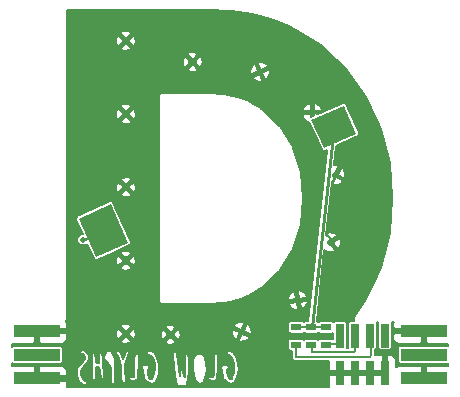
<source format=gbl>
G04 #@! TF.FileFunction,Copper,L2,Bot,Signal*
%FSLAX46Y46*%
G04 Gerber Fmt 4.6, Leading zero omitted, Abs format (unit mm)*
G04 Created by KiCad (PCBNEW 4.0.0-rc2-stable) date 3/3/2016 3:43:09 PM*
%MOMM*%
G01*
G04 APERTURE LIST*
%ADD10C,0.150000*%
%ADD11C,0.500000*%
%ADD12R,4.000000X1.000000*%
%ADD13C,0.600000*%
%ADD14R,0.760000X2.000000*%
%ADD15R,0.740000X2.000000*%
%ADD16R,0.900000X0.600000*%
%ADD17R,0.900000X0.200000*%
%ADD18R,3.800000X0.200000*%
%ADD19R,6.500000X0.200000*%
%ADD20R,0.200000X0.400000*%
%ADD21R,0.200000X0.800000*%
%ADD22R,2.000000X0.200000*%
%ADD23C,0.254000*%
%ADD24C,0.152400*%
G04 APERTURE END LIST*
D10*
D11*
X60344450Y-46480200D03*
X66358564Y-46230177D03*
X71127285Y-43574162D03*
X73924188Y-38667619D03*
X74320387Y-32974128D03*
X72328099Y-27694959D03*
X67945792Y-24231112D03*
X62206598Y-23397147D03*
X56561446Y-21601164D03*
X56561446Y-27803728D03*
X56561446Y-34006285D03*
X56561446Y-40208850D03*
X56561446Y-46411410D03*
D12*
X81795990Y-50192207D03*
X81795990Y-48192207D03*
X81795990Y-46192207D03*
D13*
X80795990Y-50192207D03*
X80795990Y-48192207D03*
X80795990Y-46192207D03*
D12*
X49020844Y-46192207D03*
X49020844Y-48192207D03*
X49020844Y-50192207D03*
D13*
X50020844Y-46192207D03*
X50020844Y-48192207D03*
X50020844Y-50192207D03*
D10*
G36*
X76078253Y-29451298D02*
X73342980Y-30683485D01*
X72275085Y-28312916D01*
X75010358Y-27080729D01*
X76078253Y-29451298D01*
X76078253Y-29451298D01*
G37*
G36*
X56772006Y-38696775D02*
X54036734Y-39928962D01*
X52558110Y-36646635D01*
X55293382Y-35414448D01*
X56772006Y-38696775D01*
X56772006Y-38696775D01*
G37*
D11*
X52932719Y-38452089D03*
D14*
X74684950Y-49755987D03*
X75954950Y-49755987D03*
X77224950Y-49755987D03*
X78494950Y-49755987D03*
X74684950Y-46555987D03*
X75954950Y-46555987D03*
X77224950Y-46555987D03*
D15*
X78494950Y-46555987D03*
D16*
X73489950Y-45855987D03*
X73489950Y-47355987D03*
X72239950Y-47355987D03*
X72239950Y-45855987D03*
X70989950Y-45855987D03*
X70989950Y-47355987D03*
D17*
X74139950Y-47305987D03*
D18*
X74139950Y-47955987D03*
D19*
X74139950Y-48405987D03*
D20*
X72339950Y-47755987D03*
X75939950Y-47755987D03*
D21*
X77289950Y-47955987D03*
X70989950Y-47955987D03*
D22*
X72289950Y-45855987D03*
D23*
X54670000Y-37670000D02*
X52930000Y-38450000D01*
X54670000Y-37670000D02*
X52930000Y-38450000D01*
X54670000Y-37670000D02*
X52930000Y-38450000D01*
X54670000Y-37670000D02*
X52930000Y-38450000D01*
X54670000Y-37670000D02*
X52930000Y-38450000D01*
X54670000Y-37670000D02*
X52930000Y-38450000D01*
X54670000Y-37670000D02*
X52930000Y-38450000D01*
X54670000Y-37670000D02*
X52930000Y-38450000D01*
X54670000Y-37670000D02*
X52930000Y-38450000D01*
X74180000Y-28880000D02*
X72290000Y-45860000D01*
X74180000Y-28880000D02*
X72290000Y-45860000D01*
X74180000Y-28880000D02*
X72290000Y-45860000D01*
X74180000Y-28880000D02*
X72290000Y-45860000D01*
X74180000Y-28880000D02*
X72290000Y-45860000D01*
X74180000Y-28880000D02*
X72290000Y-45860000D01*
X74180000Y-28880000D02*
X72290000Y-45860000D01*
X74180000Y-28880000D02*
X72290000Y-45860000D01*
X74180000Y-28880000D02*
X72290000Y-45860000D01*
D24*
G36*
X65443352Y-19087653D02*
X67205289Y-19343577D01*
X68854113Y-19765597D01*
X70367106Y-20361033D01*
X73052252Y-21954416D01*
X75239091Y-23984352D01*
X76926960Y-26378772D01*
X78146093Y-29082493D01*
X78884285Y-31966363D01*
X79130447Y-34940000D01*
X78884285Y-37913637D01*
X78146093Y-40797507D01*
X76927103Y-43500911D01*
X75872685Y-44988923D01*
X75859952Y-45017426D01*
X75842607Y-45043384D01*
X75837993Y-45066579D01*
X75828346Y-45088174D01*
X75827490Y-45119384D01*
X75821400Y-45150000D01*
X75826014Y-45173194D01*
X75825365Y-45196837D01*
X75836517Y-45225997D01*
X75842607Y-45256616D01*
X75855746Y-45276280D01*
X75864194Y-45298370D01*
X75885656Y-45321042D01*
X75886903Y-45322909D01*
X75574950Y-45322909D01*
X75490236Y-45338849D01*
X75412432Y-45388915D01*
X75360235Y-45465307D01*
X75341872Y-45555987D01*
X75341872Y-47555987D01*
X75354464Y-47622909D01*
X75284476Y-47622909D01*
X75298028Y-47555987D01*
X75298028Y-45555987D01*
X75282088Y-45471273D01*
X75232022Y-45393469D01*
X75155630Y-45341272D01*
X75064950Y-45322909D01*
X74304950Y-45322909D01*
X74220236Y-45338849D01*
X74142432Y-45388915D01*
X74122687Y-45417813D01*
X74107022Y-45393469D01*
X74030630Y-45341272D01*
X73939950Y-45322909D01*
X73039950Y-45322909D01*
X72955236Y-45338849D01*
X72877432Y-45388915D01*
X72865412Y-45406507D01*
X72857022Y-45393469D01*
X72780630Y-45341272D01*
X72707189Y-45326400D01*
X73375755Y-39319924D01*
X73449544Y-39393713D01*
X73468604Y-39374653D01*
X73715532Y-39492172D01*
X74046958Y-39509256D01*
X74192619Y-39474694D01*
X74228899Y-39302806D01*
X73896071Y-38842145D01*
X73851317Y-38874480D01*
X73672573Y-38695736D01*
X74098714Y-38695736D01*
X74431542Y-39156396D01*
X74606126Y-39175935D01*
X74748741Y-38876275D01*
X74765825Y-38544849D01*
X74731263Y-38399188D01*
X74559375Y-38362908D01*
X74098714Y-38695736D01*
X73672573Y-38695736D01*
X73672261Y-38695424D01*
X73749662Y-38639502D01*
X73717327Y-38594748D01*
X73896383Y-38415692D01*
X73952305Y-38493093D01*
X74412965Y-38160265D01*
X74432504Y-37985681D01*
X74132844Y-37843066D01*
X73801418Y-37825982D01*
X73655757Y-37860544D01*
X73619477Y-38032432D01*
X73825230Y-38317211D01*
X73521204Y-38013185D01*
X74008043Y-33639352D01*
X74088466Y-33639352D01*
X74143701Y-33806118D01*
X74475539Y-33810401D01*
X74783757Y-33687369D01*
X74901631Y-33595079D01*
X74862731Y-33423765D01*
X74367805Y-33144426D01*
X74088466Y-33639352D01*
X74008043Y-33639352D01*
X74020748Y-33525217D01*
X74306246Y-33239719D01*
X74127715Y-33061188D01*
X74150089Y-33021546D01*
X74081142Y-32982632D01*
X74087278Y-32927505D01*
X74088073Y-32926710D01*
X74490685Y-32926710D01*
X74985611Y-33206049D01*
X75152377Y-33150814D01*
X75156660Y-32818976D01*
X75033628Y-32510758D01*
X74941338Y-32392884D01*
X74770024Y-32431784D01*
X74490685Y-32926710D01*
X74088073Y-32926710D01*
X74233327Y-32781456D01*
X74272969Y-32803830D01*
X74552308Y-32308904D01*
X74497073Y-32142138D01*
X74175158Y-32137983D01*
X74359574Y-30481166D01*
X76173985Y-29663809D01*
X76244676Y-29614481D01*
X76295052Y-29536876D01*
X76311266Y-29445787D01*
X76290764Y-29355566D01*
X75222869Y-26984997D01*
X75173541Y-26914306D01*
X75095936Y-26863930D01*
X75004847Y-26847716D01*
X74914626Y-26868218D01*
X72788510Y-27825992D01*
X72709549Y-27824959D01*
X72593690Y-27709100D01*
X72480823Y-27821967D01*
X72451453Y-27821583D01*
X72451059Y-27851731D01*
X72342240Y-27960550D01*
X72388071Y-28006381D01*
X72197894Y-28092052D01*
X72201475Y-27818313D01*
X71633208Y-27810881D01*
X71513436Y-27939396D01*
X71668991Y-28232548D01*
X71924889Y-28443856D01*
X72062438Y-28502950D01*
X72092915Y-28476001D01*
X73130469Y-30779217D01*
X73179797Y-30849908D01*
X73257402Y-30900284D01*
X73348491Y-30916498D01*
X73438712Y-30895996D01*
X73606208Y-30820543D01*
X71991987Y-45322909D01*
X71789950Y-45322909D01*
X71705236Y-45338849D01*
X71627432Y-45388915D01*
X71615412Y-45406507D01*
X71607022Y-45393469D01*
X71530630Y-45341272D01*
X71439950Y-45322909D01*
X70539950Y-45322909D01*
X70455236Y-45338849D01*
X70377432Y-45388915D01*
X70325235Y-45465307D01*
X70306872Y-45555987D01*
X70306872Y-46155987D01*
X70322812Y-46240701D01*
X70372878Y-46318505D01*
X70449270Y-46370702D01*
X70539950Y-46389065D01*
X71439950Y-46389065D01*
X71524664Y-46373125D01*
X71602468Y-46323059D01*
X71614488Y-46305467D01*
X71622878Y-46318505D01*
X71699270Y-46370702D01*
X71789950Y-46389065D01*
X72689950Y-46389065D01*
X72774664Y-46373125D01*
X72852468Y-46323059D01*
X72864488Y-46305467D01*
X72872878Y-46318505D01*
X72949270Y-46370702D01*
X73039950Y-46389065D01*
X73939950Y-46389065D01*
X74024664Y-46373125D01*
X74071872Y-46342747D01*
X74071872Y-46869452D01*
X74030630Y-46841272D01*
X73939950Y-46822909D01*
X73039950Y-46822909D01*
X72955236Y-46838849D01*
X72877432Y-46888915D01*
X72865412Y-46906507D01*
X72857022Y-46893469D01*
X72780630Y-46841272D01*
X72689950Y-46822909D01*
X71789950Y-46822909D01*
X71705236Y-46838849D01*
X71627432Y-46888915D01*
X71615412Y-46906507D01*
X71607022Y-46893469D01*
X71530630Y-46841272D01*
X71439950Y-46822909D01*
X70539950Y-46822909D01*
X70455236Y-46838849D01*
X70377432Y-46888915D01*
X70325235Y-46965307D01*
X70306872Y-47055987D01*
X70306872Y-47655987D01*
X70322812Y-47740701D01*
X70372878Y-47818505D01*
X70449270Y-47870702D01*
X70539950Y-47889065D01*
X70656872Y-47889065D01*
X70656872Y-48505987D01*
X70672812Y-48590701D01*
X70722878Y-48668505D01*
X70799270Y-48720702D01*
X70889950Y-48739065D01*
X73720750Y-48739065D01*
X73720750Y-49432137D01*
X73866800Y-49578187D01*
X74507150Y-49578187D01*
X74507150Y-49558187D01*
X74862750Y-49558187D01*
X74862750Y-49578187D01*
X75777150Y-49578187D01*
X75777150Y-49558187D01*
X76132750Y-49558187D01*
X76132750Y-49578187D01*
X77047150Y-49578187D01*
X77047150Y-49558187D01*
X77402750Y-49558187D01*
X77402750Y-49578187D01*
X78317150Y-49578187D01*
X78317150Y-48317837D01*
X78171100Y-48171787D01*
X77998745Y-48171787D01*
X77859950Y-48229278D01*
X77721155Y-48171787D01*
X77623028Y-48171787D01*
X77623028Y-47785663D01*
X77689664Y-47773125D01*
X77767468Y-47723059D01*
X77819665Y-47646667D01*
X77838028Y-47555987D01*
X77838028Y-45555987D01*
X77822088Y-45471273D01*
X77794628Y-45428600D01*
X77935316Y-45428600D01*
X77910235Y-45465307D01*
X77891872Y-45555987D01*
X77891872Y-47555987D01*
X77907812Y-47640701D01*
X77957878Y-47718505D01*
X78034270Y-47770702D01*
X78124950Y-47789065D01*
X78864950Y-47789065D01*
X78949664Y-47773125D01*
X79027468Y-47723059D01*
X79079665Y-47646667D01*
X79098028Y-47555987D01*
X79098028Y-45555987D01*
X79082088Y-45471273D01*
X79054628Y-45428600D01*
X79272846Y-45428600D01*
X79211790Y-45576002D01*
X79211790Y-45868357D01*
X79357840Y-46014407D01*
X79928070Y-46014407D01*
X79896578Y-46130540D01*
X79927372Y-46370007D01*
X79357840Y-46370007D01*
X79211790Y-46516057D01*
X79211790Y-46808412D01*
X79300729Y-47023130D01*
X79465068Y-47187468D01*
X79679786Y-47276407D01*
X81472140Y-47276407D01*
X81618190Y-47130357D01*
X81618190Y-46538605D01*
X81695402Y-46253874D01*
X81662036Y-45994407D01*
X81973790Y-45994407D01*
X81973790Y-46014407D01*
X81993790Y-46014407D01*
X81993790Y-46370007D01*
X81973790Y-46370007D01*
X81973790Y-47130357D01*
X82119840Y-47276407D01*
X83831400Y-47276407D01*
X83831400Y-47466300D01*
X83795990Y-47459129D01*
X79795990Y-47459129D01*
X79711276Y-47475069D01*
X79633472Y-47525135D01*
X79581275Y-47601527D01*
X79562912Y-47692207D01*
X79562912Y-48692207D01*
X79578852Y-48776921D01*
X79628918Y-48854725D01*
X79705310Y-48906922D01*
X79795990Y-48925285D01*
X83795990Y-48925285D01*
X83831400Y-48918622D01*
X83831400Y-49108007D01*
X82119840Y-49108007D01*
X81973790Y-49254057D01*
X81973790Y-50014407D01*
X81993790Y-50014407D01*
X81993790Y-50370007D01*
X81973790Y-50370007D01*
X81973790Y-50390007D01*
X81658486Y-50390007D01*
X81695402Y-50253874D01*
X81650537Y-49904990D01*
X81618190Y-49826897D01*
X81618190Y-49254057D01*
X81472140Y-49108007D01*
X79679786Y-49108007D01*
X79465068Y-49196946D01*
X79459150Y-49202864D01*
X79459150Y-48639783D01*
X79370211Y-48425065D01*
X79205873Y-48260726D01*
X78991155Y-48171787D01*
X78818800Y-48171787D01*
X78672750Y-48317837D01*
X78672750Y-49578187D01*
X78692750Y-49578187D01*
X78692750Y-49933787D01*
X78672750Y-49933787D01*
X78672750Y-49953787D01*
X78317150Y-49953787D01*
X78317150Y-49933787D01*
X77402750Y-49933787D01*
X77402750Y-49953787D01*
X77047150Y-49953787D01*
X77047150Y-49933787D01*
X76132750Y-49933787D01*
X76132750Y-49953787D01*
X75777150Y-49953787D01*
X75777150Y-49933787D01*
X74862750Y-49933787D01*
X74862750Y-49953787D01*
X74507150Y-49953787D01*
X74507150Y-49933787D01*
X73866800Y-49933787D01*
X73720750Y-50079837D01*
X73720750Y-50871400D01*
X63590000Y-50871400D01*
X63546200Y-50880112D01*
X63535985Y-50881400D01*
X51574811Y-50881400D01*
X51605044Y-50808412D01*
X51605044Y-50516057D01*
X51458994Y-50370007D01*
X50888764Y-50370007D01*
X50920256Y-50253874D01*
X50889462Y-50014407D01*
X51458994Y-50014407D01*
X51605044Y-49868357D01*
X51605044Y-49650000D01*
X52403800Y-49650000D01*
X52403800Y-49970000D01*
X52406622Y-49990546D01*
X52476622Y-50240546D01*
X52485210Y-50260108D01*
X52615210Y-50470108D01*
X52627594Y-50485318D01*
X52817594Y-50665318D01*
X52830064Y-50674896D01*
X52960064Y-50754896D01*
X53000000Y-50766200D01*
X53140000Y-50766200D01*
X53168300Y-50760750D01*
X53218300Y-50740750D01*
X53253019Y-50712837D01*
X53264720Y-50684944D01*
X53274720Y-50634944D01*
X53276200Y-50620000D01*
X53276200Y-50550000D01*
X53264423Y-50509305D01*
X53243515Y-50487447D01*
X53021831Y-50333232D01*
X52826903Y-50101175D01*
X52766200Y-49936409D01*
X52766200Y-49724221D01*
X52783833Y-49565524D01*
X53081115Y-49086037D01*
X53366463Y-48771170D01*
X53385041Y-48733242D01*
X53415041Y-48563242D01*
X53416200Y-48550000D01*
X53416200Y-48340000D01*
X53412290Y-48315903D01*
X53350957Y-48131904D01*
X53663824Y-48131904D01*
X53693811Y-49331394D01*
X53703800Y-50100528D01*
X53703800Y-50200000D01*
X53704837Y-50212527D01*
X53714837Y-50272527D01*
X53727388Y-50303430D01*
X53749217Y-50324368D01*
X53777473Y-50335163D01*
X53837473Y-50345163D01*
X53850000Y-50346200D01*
X53910000Y-50346200D01*
X53922527Y-50345163D01*
X53982527Y-50335163D01*
X54013430Y-50322612D01*
X54034368Y-50300783D01*
X54045163Y-50272527D01*
X54055163Y-50212527D01*
X54056158Y-50197461D01*
X54036173Y-49597915D01*
X54028138Y-49220274D01*
X54177473Y-49245163D01*
X54190000Y-49246200D01*
X54327041Y-49246200D01*
X54343872Y-49633310D01*
X54344536Y-49640565D01*
X54414536Y-50140565D01*
X54422999Y-50166295D01*
X54442398Y-50189502D01*
X54492398Y-50229502D01*
X54510354Y-50240197D01*
X54540000Y-50246200D01*
X54600000Y-50246200D01*
X54624097Y-50242290D01*
X54684097Y-50222290D01*
X54706775Y-50210154D01*
X54726493Y-50187217D01*
X54735734Y-50158415D01*
X54745734Y-50068415D01*
X54746036Y-50055005D01*
X54656036Y-48685005D01*
X54655509Y-48679761D01*
X54624365Y-48450071D01*
X54734468Y-48450071D01*
X54754468Y-48600071D01*
X54758388Y-48616041D01*
X54774161Y-48641850D01*
X55034161Y-48921850D01*
X55055922Y-48938155D01*
X55257165Y-49038777D01*
X55284003Y-49405561D01*
X55291845Y-49434078D01*
X55319507Y-49489402D01*
X55285826Y-49632547D01*
X55283800Y-49650000D01*
X55283800Y-50480000D01*
X55284837Y-50492527D01*
X55294837Y-50552527D01*
X55307388Y-50583430D01*
X55329217Y-50604368D01*
X55357473Y-50615163D01*
X55417473Y-50625163D01*
X55430000Y-50626200D01*
X55530000Y-50626200D01*
X55553600Y-50622453D01*
X55579929Y-50607563D01*
X55598391Y-50583602D01*
X55606076Y-50554347D01*
X55645960Y-49856385D01*
X55675734Y-49588415D01*
X55670039Y-49549983D01*
X55659901Y-49526327D01*
X55661816Y-49524556D01*
X55674280Y-49496996D01*
X55675041Y-49466758D01*
X55646200Y-49303326D01*
X55646200Y-48730000D01*
X55644720Y-48715056D01*
X55634720Y-48665056D01*
X55614621Y-48626868D01*
X55611153Y-48624498D01*
X55620323Y-48616558D01*
X55633684Y-48589421D01*
X55635434Y-48559224D01*
X55595434Y-48279224D01*
X55584181Y-48248924D01*
X55424485Y-47999398D01*
X55753802Y-47999398D01*
X55759571Y-48029090D01*
X55948168Y-48485694D01*
X56154314Y-49163030D01*
X56163848Y-49372774D01*
X56183829Y-50102087D01*
X56184732Y-50111884D01*
X56244732Y-50491884D01*
X56249011Y-50507695D01*
X56265379Y-50533132D01*
X56290354Y-50550197D01*
X56320000Y-50556200D01*
X56420000Y-50556200D01*
X56457806Y-50546160D01*
X56527806Y-50506160D01*
X56548047Y-50489366D01*
X56562680Y-50462893D01*
X56565860Y-50432813D01*
X56544666Y-50209087D01*
X56824344Y-50209087D01*
X56833840Y-50237806D01*
X56873840Y-50307806D01*
X56905922Y-50338155D01*
X57105922Y-50438155D01*
X57144227Y-50446083D01*
X57324227Y-50436083D01*
X57350570Y-50429799D01*
X57375318Y-50412406D01*
X57555318Y-50222406D01*
X57566252Y-50207645D01*
X57575678Y-50178903D01*
X57595678Y-50008903D01*
X57596023Y-50005183D01*
X57626023Y-49565183D01*
X57626184Y-49561555D01*
X57632255Y-49264073D01*
X57914031Y-49264073D01*
X57917710Y-49294097D01*
X57985756Y-49498235D01*
X58084772Y-50112134D01*
X58091845Y-50134078D01*
X58191845Y-50334078D01*
X58212650Y-50359703D01*
X58502650Y-50589703D01*
X58542418Y-50605822D01*
X58742418Y-50625822D01*
X58756899Y-50625887D01*
X58866899Y-50615887D01*
X58907217Y-50599808D01*
X59097217Y-50449808D01*
X59118155Y-50424078D01*
X59258155Y-50144078D01*
X59263823Y-50128885D01*
X59373823Y-49698885D01*
X59375734Y-49688415D01*
X59405734Y-49418415D01*
X59406200Y-49410000D01*
X59406200Y-49370000D01*
X59405678Y-49361097D01*
X59365678Y-49021097D01*
X59364083Y-49012165D01*
X59234083Y-48472165D01*
X59227785Y-48455191D01*
X59048904Y-48106843D01*
X60554108Y-48106843D01*
X60664108Y-49326843D01*
X60664538Y-49330579D01*
X60814538Y-50400579D01*
X60815826Y-50407453D01*
X60895826Y-50747453D01*
X60906395Y-50771962D01*
X60927732Y-50793402D01*
X60957732Y-50813402D01*
X60979950Y-50823515D01*
X61087904Y-50852957D01*
X61115903Y-50862290D01*
X61144794Y-50866049D01*
X61174004Y-50858192D01*
X61197855Y-50839590D01*
X61301042Y-50719205D01*
X61339961Y-50810017D01*
X61364214Y-50840910D01*
X61391519Y-50853925D01*
X61431519Y-50863925D01*
X61450000Y-50866200D01*
X61520000Y-50866200D01*
X61534944Y-50864720D01*
X61584944Y-50854720D01*
X61613016Y-50842897D01*
X61634098Y-50821206D01*
X61724098Y-50681206D01*
X61734532Y-50655858D01*
X61834532Y-50185858D01*
X61835976Y-50175844D01*
X61875976Y-49655844D01*
X61876200Y-49650000D01*
X61876200Y-48580000D01*
X62273800Y-48580000D01*
X62273800Y-49130000D01*
X62273845Y-49132626D01*
X62283845Y-49422626D01*
X62284228Y-49428061D01*
X62334228Y-49898061D01*
X62336732Y-49910934D01*
X62436732Y-50260934D01*
X62446598Y-50282268D01*
X62606598Y-50522268D01*
X62626302Y-50542425D01*
X62726302Y-50612425D01*
X62740354Y-50620197D01*
X62770000Y-50626200D01*
X62870000Y-50626200D01*
X62879451Y-50625612D01*
X62959451Y-50615612D01*
X62999221Y-50598170D01*
X63129221Y-50488170D01*
X63146611Y-50467006D01*
X63196611Y-50377006D01*
X63206171Y-50342105D01*
X63200989Y-50312305D01*
X63189133Y-50293880D01*
X63216359Y-50286966D01*
X63239548Y-50267544D01*
X63253354Y-50240631D01*
X63268596Y-50186436D01*
X63535017Y-50186436D01*
X63535647Y-50216677D01*
X63547994Y-50244290D01*
X63597994Y-50314290D01*
X63625922Y-50338155D01*
X63825922Y-50438155D01*
X63864475Y-50446069D01*
X64034475Y-50436069D01*
X64058673Y-50430599D01*
X64083882Y-50413882D01*
X64273882Y-50223882D01*
X64288335Y-50203717D01*
X64296069Y-50174475D01*
X64306055Y-50004718D01*
X64336023Y-49565183D01*
X64336184Y-49561555D01*
X64342255Y-49264073D01*
X64624031Y-49264073D01*
X64627710Y-49294097D01*
X64695756Y-49498235D01*
X64794772Y-50112134D01*
X64801845Y-50134078D01*
X64901845Y-50334078D01*
X64922650Y-50359703D01*
X65212650Y-50589703D01*
X65252418Y-50605822D01*
X65452418Y-50625822D01*
X65466899Y-50625887D01*
X65576899Y-50615887D01*
X65617217Y-50599808D01*
X65807217Y-50449808D01*
X65827169Y-50425983D01*
X65977169Y-50145983D01*
X65984219Y-50127260D01*
X66084219Y-49697260D01*
X66085734Y-49688415D01*
X66115734Y-49418415D01*
X66116200Y-49410000D01*
X66116200Y-49370000D01*
X66115905Y-49363302D01*
X66085905Y-49023302D01*
X66084083Y-49012165D01*
X65954083Y-48472165D01*
X65947034Y-48453766D01*
X65747034Y-48083766D01*
X65722268Y-48056598D01*
X65452268Y-47876598D01*
X65414753Y-47863948D01*
X65254753Y-47853948D01*
X65235056Y-47855280D01*
X65185056Y-47865280D01*
X65153035Y-47879994D01*
X65133389Y-47902994D01*
X65083389Y-47992994D01*
X65075049Y-48016259D01*
X65075608Y-48046502D01*
X65087889Y-48074144D01*
X65109957Y-48094831D01*
X65437691Y-48297255D01*
X65570909Y-48474878D01*
X65714171Y-48952421D01*
X65723800Y-49241279D01*
X65723800Y-49366004D01*
X65684883Y-49735715D01*
X65589461Y-50079233D01*
X65524851Y-50184226D01*
X65508893Y-50193800D01*
X65347913Y-50193800D01*
X65255769Y-50115832D01*
X65135343Y-49745292D01*
X65116200Y-49477287D01*
X65116200Y-49441564D01*
X65233882Y-49323882D01*
X65250197Y-49299646D01*
X65256200Y-49270000D01*
X65256200Y-49240000D01*
X65254720Y-49225056D01*
X65244720Y-49175056D01*
X65233605Y-49148038D01*
X65212268Y-49126598D01*
X65122268Y-49066598D01*
X65080000Y-49053800D01*
X64910000Y-49053800D01*
X64900549Y-49054388D01*
X64820549Y-49064388D01*
X64789090Y-49075713D01*
X64679090Y-49145713D01*
X64662781Y-49159677D01*
X64647710Y-49185903D01*
X64627710Y-49245903D01*
X64624031Y-49264073D01*
X64342255Y-49264073D01*
X64346184Y-49071555D01*
X64346200Y-49070000D01*
X64346200Y-48240000D01*
X64342290Y-48215903D01*
X64322290Y-48155903D01*
X64313980Y-48138612D01*
X64292837Y-48116981D01*
X64264944Y-48105280D01*
X64214944Y-48095280D01*
X64200000Y-48093800D01*
X64170000Y-48093800D01*
X64141700Y-48099250D01*
X64091700Y-48119250D01*
X64076243Y-48127616D01*
X64055420Y-48149555D01*
X64044772Y-48177866D01*
X63994772Y-48487866D01*
X63993845Y-48497374D01*
X63983845Y-48787374D01*
X63983800Y-48790000D01*
X63983800Y-49786645D01*
X63960228Y-50053800D01*
X63924747Y-50053800D01*
X63689451Y-50024388D01*
X63667795Y-50024784D01*
X63639494Y-50035458D01*
X63617575Y-50056302D01*
X63547575Y-50156302D01*
X63535017Y-50186436D01*
X63268596Y-50186436D01*
X63343354Y-49920631D01*
X63345806Y-49907735D01*
X63395806Y-49417735D01*
X63396131Y-49406760D01*
X63376131Y-48936760D01*
X63373652Y-48920460D01*
X63243652Y-48430460D01*
X63233402Y-48407732D01*
X63093402Y-48197732D01*
X63076782Y-48179851D01*
X62986782Y-48109851D01*
X62969646Y-48099803D01*
X62940000Y-48093800D01*
X62700000Y-48093800D01*
X62677271Y-48097269D01*
X62517271Y-48147269D01*
X62480774Y-48172055D01*
X62310774Y-48382055D01*
X62294468Y-48419929D01*
X62274468Y-48569929D01*
X62273800Y-48580000D01*
X61876200Y-48580000D01*
X61876200Y-48510000D01*
X61875678Y-48501097D01*
X61835678Y-48161097D01*
X61830989Y-48142305D01*
X61814621Y-48116868D01*
X61789646Y-48099803D01*
X61760000Y-48093800D01*
X61660000Y-48093800D01*
X61639506Y-48096608D01*
X61612567Y-48110363D01*
X61593102Y-48133516D01*
X61584178Y-48162418D01*
X61575344Y-48250755D01*
X61549961Y-48309983D01*
X61543917Y-48344227D01*
X61573858Y-48883170D01*
X61583800Y-49241072D01*
X61583800Y-49308223D01*
X61564001Y-49733904D01*
X61528220Y-50046991D01*
X61525840Y-50022601D01*
X61524720Y-50015056D01*
X61434720Y-49565056D01*
X61421537Y-49535060D01*
X61399205Y-49514659D01*
X61349205Y-49484659D01*
X61310000Y-49473800D01*
X61280000Y-49473800D01*
X61251700Y-49479250D01*
X61201700Y-49499250D01*
X61178363Y-49513964D01*
X61160630Y-49538468D01*
X61110630Y-49648468D01*
X61103800Y-49680000D01*
X61103800Y-49730000D01*
X61111845Y-49764078D01*
X61131162Y-49802712D01*
X61103236Y-49995403D01*
X61045898Y-49353223D01*
X61045640Y-49350776D01*
X60895640Y-48120776D01*
X60885341Y-48090795D01*
X60825341Y-47990795D01*
X60814621Y-47976868D01*
X60789646Y-47959803D01*
X60760000Y-47953800D01*
X60690000Y-47953800D01*
X60661700Y-47959250D01*
X60611700Y-47979250D01*
X60576981Y-48007163D01*
X60565280Y-48035056D01*
X60555280Y-48085056D01*
X60554108Y-48106843D01*
X59048904Y-48106843D01*
X59037785Y-48085191D01*
X59012268Y-48056598D01*
X58742268Y-47876598D01*
X58704753Y-47863948D01*
X58544753Y-47853948D01*
X58525056Y-47855280D01*
X58475056Y-47865280D01*
X58448038Y-47876395D01*
X58426598Y-47897732D01*
X58366598Y-47987732D01*
X58354878Y-48017225D01*
X58355827Y-48047458D01*
X58368463Y-48074940D01*
X58390795Y-48095341D01*
X58726881Y-48296993D01*
X58850947Y-48474229D01*
X59004195Y-48953130D01*
X59013800Y-49241279D01*
X59013800Y-49366004D01*
X58974883Y-49735715D01*
X58880024Y-50077206D01*
X58806704Y-50183114D01*
X58788893Y-50193800D01*
X58637913Y-50193800D01*
X58545065Y-50115237D01*
X58415739Y-49745731D01*
X58406200Y-49478652D01*
X58406200Y-49441564D01*
X58523882Y-49323882D01*
X58540197Y-49299646D01*
X58546200Y-49270000D01*
X58546200Y-49240000D01*
X58540750Y-49211700D01*
X58520750Y-49161700D01*
X58495720Y-49129040D01*
X58415720Y-49069040D01*
X58399646Y-49059803D01*
X58370000Y-49053800D01*
X58190000Y-49053800D01*
X58180549Y-49054388D01*
X58100549Y-49064388D01*
X58066302Y-49077575D01*
X57966302Y-49147575D01*
X57952781Y-49159677D01*
X57937710Y-49185903D01*
X57917710Y-49245903D01*
X57914031Y-49264073D01*
X57632255Y-49264073D01*
X57636184Y-49071555D01*
X57636200Y-49070000D01*
X57636200Y-48240000D01*
X57632290Y-48215903D01*
X57612290Y-48155903D01*
X57603980Y-48138612D01*
X57582837Y-48116981D01*
X57554944Y-48105280D01*
X57504944Y-48095280D01*
X57490000Y-48093800D01*
X57450000Y-48093800D01*
X57421700Y-48099250D01*
X57371700Y-48119250D01*
X57356243Y-48127616D01*
X57335420Y-48149555D01*
X57324772Y-48177866D01*
X57274772Y-48487866D01*
X57273800Y-48500000D01*
X57273800Y-49785534D01*
X57242239Y-50053800D01*
X57214747Y-50053800D01*
X56979451Y-50024388D01*
X56957795Y-50024784D01*
X56929494Y-50035458D01*
X56907575Y-50056302D01*
X56837575Y-50156302D01*
X56826769Y-50178937D01*
X56824344Y-50209087D01*
X56544666Y-50209087D01*
X56476030Y-49484603D01*
X56457717Y-49100047D01*
X56483882Y-49073882D01*
X56502559Y-49043274D01*
X56672559Y-48513274D01*
X56673652Y-48509540D01*
X56803652Y-48019540D01*
X56806200Y-48000000D01*
X56806200Y-47930000D01*
X56800989Y-47902305D01*
X56784621Y-47876868D01*
X56759646Y-47859803D01*
X56730000Y-47853800D01*
X56660000Y-47853800D01*
X56620795Y-47864659D01*
X56570795Y-47894659D01*
X56555834Y-47906404D01*
X56539250Y-47931700D01*
X56379250Y-48331700D01*
X56376580Y-48339606D01*
X56325433Y-48523733D01*
X56251019Y-48332382D01*
X56249426Y-48328593D01*
X56059426Y-47908593D01*
X56043882Y-47886118D01*
X55993882Y-47836118D01*
X55975016Y-47822322D01*
X55945927Y-47814031D01*
X55915903Y-47817710D01*
X55855903Y-47837710D01*
X55833035Y-47849994D01*
X55813389Y-47872994D01*
X55763389Y-47962994D01*
X55753802Y-47999398D01*
X55424485Y-47999398D01*
X55424181Y-47998924D01*
X55392224Y-47970949D01*
X55242224Y-47900949D01*
X55218415Y-47894266D01*
X55128415Y-47884266D01*
X55107473Y-47884837D01*
X55047473Y-47894837D01*
X55023511Y-47903104D01*
X54913511Y-47963104D01*
X54884055Y-47991821D01*
X54774055Y-48181821D01*
X54764499Y-48209704D01*
X54748821Y-48324675D01*
X54734499Y-48429704D01*
X54734468Y-48450071D01*
X54624365Y-48450071D01*
X54575509Y-48089761D01*
X54571134Y-48072680D01*
X54554901Y-48047157D01*
X54530017Y-48029961D01*
X54460017Y-47999961D01*
X54430000Y-47993800D01*
X54400000Y-47993800D01*
X54360791Y-48004662D01*
X54338460Y-48025064D01*
X54325826Y-48052547D01*
X54285826Y-48222547D01*
X54283800Y-48240000D01*
X54283800Y-48620000D01*
X54284322Y-48628903D01*
X54314310Y-48883800D01*
X54154675Y-48883800D01*
X54032823Y-48835059D01*
X54024996Y-48827232D01*
X54016144Y-48597071D01*
X54015587Y-48590351D01*
X53955587Y-48120351D01*
X53950989Y-48102305D01*
X53934621Y-48076868D01*
X53909646Y-48059803D01*
X53880000Y-48053800D01*
X53740000Y-48053800D01*
X53710539Y-48059726D01*
X53685519Y-48076724D01*
X53669084Y-48102118D01*
X53663824Y-48131904D01*
X53350957Y-48131904D01*
X53342290Y-48105903D01*
X53323882Y-48076118D01*
X53103882Y-47856118D01*
X53088124Y-47844023D01*
X53059451Y-47834388D01*
X52899451Y-47814388D01*
X52890000Y-47813800D01*
X52860000Y-47813800D01*
X52831700Y-47819250D01*
X52781700Y-47839250D01*
X52763035Y-47849994D01*
X52743389Y-47872994D01*
X52693389Y-47962994D01*
X52683800Y-48000000D01*
X52683800Y-48070000D01*
X52689011Y-48097695D01*
X52705379Y-48123132D01*
X52730354Y-48140197D01*
X52760000Y-48146200D01*
X52905220Y-48146200D01*
X52985005Y-48204225D01*
X53086433Y-48347914D01*
X53093152Y-48408386D01*
X53077387Y-48510856D01*
X52810970Y-48891452D01*
X52565073Y-49147185D01*
X52549590Y-49170865D01*
X52429590Y-49460865D01*
X52424388Y-49480549D01*
X52404388Y-49640549D01*
X52403800Y-49650000D01*
X51605044Y-49650000D01*
X51605044Y-49576002D01*
X51516105Y-49361284D01*
X51351766Y-49196946D01*
X51137048Y-49108007D01*
X49344694Y-49108007D01*
X49198644Y-49254057D01*
X49198644Y-49845809D01*
X49121432Y-50130540D01*
X49154798Y-50390007D01*
X48843044Y-50390007D01*
X48843044Y-50370007D01*
X48823044Y-50370007D01*
X48823044Y-50014407D01*
X48843044Y-50014407D01*
X48843044Y-49254057D01*
X48696994Y-49108007D01*
X46908600Y-49108007D01*
X46908600Y-48892188D01*
X46930164Y-48906922D01*
X47020844Y-48925285D01*
X51020844Y-48925285D01*
X51105558Y-48909345D01*
X51183362Y-48859279D01*
X51235559Y-48782887D01*
X51253922Y-48692207D01*
X51253922Y-47692207D01*
X51237982Y-47607493D01*
X51187916Y-47529689D01*
X51111524Y-47477492D01*
X51020844Y-47459129D01*
X47020844Y-47459129D01*
X46936130Y-47475069D01*
X46908600Y-47492784D01*
X46908600Y-47276407D01*
X48696994Y-47276407D01*
X48843044Y-47130357D01*
X48843044Y-46370007D01*
X48823044Y-46370007D01*
X48823044Y-46014407D01*
X48843044Y-46014407D01*
X48843044Y-45994407D01*
X49158348Y-45994407D01*
X49121432Y-46130540D01*
X49166297Y-46479424D01*
X49198644Y-46557517D01*
X49198644Y-47130357D01*
X49344694Y-47276407D01*
X51137048Y-47276407D01*
X51351766Y-47187468D01*
X51516105Y-47023130D01*
X51529808Y-46990046D01*
X56159587Y-46990046D01*
X56168065Y-47165516D01*
X56486593Y-47258654D01*
X56816517Y-47222806D01*
X56954827Y-47165516D01*
X56959981Y-47058836D01*
X59942591Y-47058836D01*
X59951069Y-47234306D01*
X60269597Y-47327444D01*
X60599521Y-47291596D01*
X60737831Y-47234306D01*
X60746309Y-47058836D01*
X60599429Y-46911956D01*
X66181115Y-46911956D01*
X66249635Y-47073717D01*
X66580736Y-47051192D01*
X66878012Y-46903674D01*
X66988050Y-46802167D01*
X66935444Y-46634554D01*
X66419578Y-46396090D01*
X66181115Y-46911956D01*
X60599429Y-46911956D01*
X60344450Y-46656977D01*
X59942591Y-47058836D01*
X56959981Y-47058836D01*
X56963305Y-46990046D01*
X56561446Y-46588187D01*
X56159587Y-46990046D01*
X51529808Y-46990046D01*
X51605044Y-46808412D01*
X51605044Y-46516057D01*
X51458994Y-46370007D01*
X50888764Y-46370007D01*
X50897834Y-46336557D01*
X55714202Y-46336557D01*
X55750050Y-46666481D01*
X55807340Y-46804791D01*
X55982810Y-46813269D01*
X56384669Y-46411410D01*
X56738223Y-46411410D01*
X57140082Y-46813269D01*
X57315552Y-46804791D01*
X57408690Y-46486263D01*
X57399899Y-46405347D01*
X59497206Y-46405347D01*
X59533054Y-46735271D01*
X59590344Y-46873581D01*
X59765814Y-46882059D01*
X60167673Y-46480200D01*
X60521227Y-46480200D01*
X60923086Y-46882059D01*
X61098556Y-46873581D01*
X61191694Y-46555053D01*
X61155846Y-46225129D01*
X61112817Y-46121248D01*
X65515024Y-46121248D01*
X65537549Y-46452349D01*
X65685067Y-46749625D01*
X65786574Y-46859663D01*
X65954187Y-46807057D01*
X66192651Y-46291191D01*
X65928669Y-46169163D01*
X66524477Y-46169163D01*
X67040343Y-46407626D01*
X67202104Y-46339106D01*
X67179579Y-46008005D01*
X67032061Y-45710729D01*
X66930554Y-45600691D01*
X66762941Y-45653297D01*
X66524477Y-46169163D01*
X65928669Y-46169163D01*
X65676785Y-46052728D01*
X65515024Y-46121248D01*
X61112817Y-46121248D01*
X61098556Y-46086819D01*
X60923086Y-46078341D01*
X60521227Y-46480200D01*
X60167673Y-46480200D01*
X59765814Y-46078341D01*
X59590344Y-46086819D01*
X59497206Y-46405347D01*
X57399899Y-46405347D01*
X57372842Y-46156339D01*
X57315552Y-46018029D01*
X57140082Y-46009551D01*
X56738223Y-46411410D01*
X56384669Y-46411410D01*
X55982810Y-46009551D01*
X55807340Y-46018029D01*
X55714202Y-46336557D01*
X50897834Y-46336557D01*
X50920256Y-46253874D01*
X50889462Y-46014407D01*
X51458994Y-46014407D01*
X51605044Y-45868357D01*
X51605044Y-45832774D01*
X56159587Y-45832774D01*
X56561446Y-46234633D01*
X56894515Y-45901564D01*
X59942591Y-45901564D01*
X60344450Y-46303423D01*
X60746309Y-45901564D01*
X60737831Y-45726094D01*
X60505592Y-45658187D01*
X65729078Y-45658187D01*
X65781684Y-45825800D01*
X66297550Y-46064264D01*
X66536013Y-45548398D01*
X66467493Y-45386637D01*
X66136392Y-45409162D01*
X65839116Y-45556680D01*
X65729078Y-45658187D01*
X60505592Y-45658187D01*
X60419303Y-45632956D01*
X60089379Y-45668804D01*
X59951069Y-45726094D01*
X59942591Y-45901564D01*
X56894515Y-45901564D01*
X56963305Y-45832774D01*
X56954827Y-45657304D01*
X56636299Y-45564166D01*
X56306375Y-45600014D01*
X56168065Y-45657304D01*
X56159587Y-45832774D01*
X51605044Y-45832774D01*
X51605044Y-45576002D01*
X51516105Y-45361284D01*
X51511906Y-45357085D01*
X51527000Y-45347000D01*
X51587393Y-45256616D01*
X51608600Y-45150000D01*
X51608600Y-43944152D01*
X70361431Y-43944152D01*
X70561317Y-44209068D01*
X70847367Y-44377325D01*
X70992520Y-44413962D01*
X71104102Y-44278274D01*
X71021724Y-43715961D01*
X70459411Y-43798339D01*
X70361431Y-43944152D01*
X51608600Y-43944152D01*
X51608600Y-40787486D01*
X56159587Y-40787486D01*
X56168065Y-40962956D01*
X56486593Y-41056094D01*
X56816517Y-41020246D01*
X56954827Y-40962956D01*
X56963305Y-40787486D01*
X56561446Y-40385627D01*
X56159587Y-40787486D01*
X51608600Y-40787486D01*
X51608600Y-36652146D01*
X52325097Y-36652146D01*
X52345599Y-36742367D01*
X52900183Y-37973461D01*
X52837937Y-37973406D01*
X52661968Y-38046115D01*
X52527219Y-38180630D01*
X52454203Y-38356472D01*
X52454036Y-38546871D01*
X52526745Y-38722840D01*
X52661260Y-38857589D01*
X52837102Y-38930605D01*
X53027501Y-38930772D01*
X53203470Y-38858063D01*
X53269145Y-38792502D01*
X53824223Y-40024694D01*
X53873551Y-40095385D01*
X53951156Y-40145761D01*
X54042245Y-40161975D01*
X54132466Y-40141473D01*
X54149061Y-40133997D01*
X55714202Y-40133997D01*
X55750050Y-40463921D01*
X55807340Y-40602231D01*
X55982810Y-40610709D01*
X56384669Y-40208850D01*
X56738223Y-40208850D01*
X57140082Y-40610709D01*
X57315552Y-40602231D01*
X57408690Y-40283703D01*
X57372842Y-39953779D01*
X57315552Y-39815469D01*
X57140082Y-39806991D01*
X56738223Y-40208850D01*
X56384669Y-40208850D01*
X55982810Y-39806991D01*
X55807340Y-39815469D01*
X55714202Y-40133997D01*
X54149061Y-40133997D01*
X55267384Y-39630214D01*
X56159587Y-39630214D01*
X56561446Y-40032073D01*
X56963305Y-39630214D01*
X56954827Y-39454744D01*
X56636299Y-39361606D01*
X56306375Y-39397454D01*
X56168065Y-39454744D01*
X56159587Y-39630214D01*
X55267384Y-39630214D01*
X56867738Y-38909286D01*
X56938429Y-38859958D01*
X56988805Y-38782353D01*
X57005019Y-38691264D01*
X56984517Y-38601043D01*
X55505893Y-35318716D01*
X55456565Y-35248025D01*
X55378960Y-35197649D01*
X55287871Y-35181435D01*
X55197650Y-35201937D01*
X52462378Y-36434124D01*
X52391687Y-36483452D01*
X52341311Y-36561057D01*
X52325097Y-36652146D01*
X51608600Y-36652146D01*
X51608600Y-34584921D01*
X56159587Y-34584921D01*
X56168065Y-34760391D01*
X56486593Y-34853529D01*
X56816517Y-34817681D01*
X56954827Y-34760391D01*
X56963305Y-34584921D01*
X56561446Y-34183062D01*
X56159587Y-34584921D01*
X51608600Y-34584921D01*
X51608600Y-33931432D01*
X55714202Y-33931432D01*
X55750050Y-34261356D01*
X55807340Y-34399666D01*
X55982810Y-34408144D01*
X56384669Y-34006285D01*
X56738223Y-34006285D01*
X57140082Y-34408144D01*
X57315552Y-34399666D01*
X57408690Y-34081138D01*
X57372842Y-33751214D01*
X57315552Y-33612904D01*
X57140082Y-33604426D01*
X56738223Y-34006285D01*
X56384669Y-34006285D01*
X55982810Y-33604426D01*
X55807340Y-33612904D01*
X55714202Y-33931432D01*
X51608600Y-33931432D01*
X51608600Y-33427649D01*
X56159587Y-33427649D01*
X56561446Y-33829508D01*
X56963305Y-33427649D01*
X56954827Y-33252179D01*
X56636299Y-33159041D01*
X56306375Y-33194889D01*
X56168065Y-33252179D01*
X56159587Y-33427649D01*
X51608600Y-33427649D01*
X51608600Y-28382364D01*
X56159587Y-28382364D01*
X56168065Y-28557834D01*
X56486593Y-28650972D01*
X56816517Y-28615124D01*
X56954827Y-28557834D01*
X56963305Y-28382364D01*
X56561446Y-27980505D01*
X56159587Y-28382364D01*
X51608600Y-28382364D01*
X51608600Y-27728875D01*
X55714202Y-27728875D01*
X55750050Y-28058799D01*
X55807340Y-28197109D01*
X55982810Y-28205587D01*
X56384669Y-27803728D01*
X56738223Y-27803728D01*
X57140082Y-28205587D01*
X57315552Y-28197109D01*
X57408690Y-27878581D01*
X57372842Y-27548657D01*
X57315552Y-27410347D01*
X57140082Y-27401869D01*
X56738223Y-27803728D01*
X56384669Y-27803728D01*
X55982810Y-27401869D01*
X55807340Y-27410347D01*
X55714202Y-27728875D01*
X51608600Y-27728875D01*
X51608600Y-27225092D01*
X56159587Y-27225092D01*
X56561446Y-27626951D01*
X56963305Y-27225092D01*
X56954827Y-27049622D01*
X56636299Y-26956484D01*
X56306375Y-26992332D01*
X56168065Y-27049622D01*
X56159587Y-27225092D01*
X51608600Y-27225092D01*
X51608600Y-26280000D01*
X59341400Y-26280000D01*
X59341400Y-43600000D01*
X59362607Y-43706616D01*
X59423000Y-43797000D01*
X59513384Y-43857393D01*
X59620000Y-43878600D01*
X63560000Y-43878600D01*
X63568850Y-43876840D01*
X63577794Y-43878031D01*
X64827794Y-43798031D01*
X64846358Y-43793088D01*
X64865567Y-43793002D01*
X65422111Y-43679723D01*
X71269084Y-43679723D01*
X71351462Y-44242036D01*
X71497275Y-44340016D01*
X71762191Y-44140130D01*
X71930448Y-43854080D01*
X71967085Y-43708927D01*
X71831397Y-43597345D01*
X71269084Y-43679723D01*
X65422111Y-43679723D01*
X65995567Y-43563002D01*
X66017888Y-43553640D01*
X66041713Y-43549369D01*
X66322141Y-43439397D01*
X70287485Y-43439397D01*
X70423173Y-43550979D01*
X70985486Y-43468601D01*
X70903108Y-42906288D01*
X70849179Y-42870050D01*
X71150468Y-42870050D01*
X71232846Y-43432363D01*
X71795159Y-43349985D01*
X71893139Y-43204172D01*
X71693253Y-42939256D01*
X71407203Y-42770999D01*
X71262050Y-42734362D01*
X71150468Y-42870050D01*
X70849179Y-42870050D01*
X70757295Y-42808308D01*
X70492379Y-43008194D01*
X70324122Y-43294244D01*
X70287485Y-43439397D01*
X66322141Y-43439397D01*
X67061714Y-43149369D01*
X67082673Y-43135933D01*
X67106014Y-43127272D01*
X68016014Y-42567272D01*
X68037846Y-42547015D01*
X68062939Y-42530979D01*
X69562940Y-41090978D01*
X69583695Y-41061248D01*
X69608186Y-41034517D01*
X70688186Y-39254518D01*
X70699556Y-39223275D01*
X70715589Y-39194147D01*
X71355589Y-37174147D01*
X71358814Y-37145074D01*
X71367280Y-37117083D01*
X71577280Y-34967084D01*
X71574597Y-34940066D01*
X71577293Y-34913041D01*
X71367293Y-32753041D01*
X71358763Y-32724795D01*
X71355468Y-32695473D01*
X70715468Y-30685473D01*
X70699489Y-30656541D01*
X70688186Y-30625482D01*
X69608186Y-28845483D01*
X69583695Y-28818752D01*
X69562940Y-28789022D01*
X68294798Y-27571605D01*
X72454723Y-27571605D01*
X73022990Y-27579037D01*
X73142762Y-27450522D01*
X72987207Y-27157370D01*
X72731309Y-26946062D01*
X72593760Y-26886968D01*
X72462156Y-27003338D01*
X72454723Y-27571605D01*
X68294798Y-27571605D01*
X68146561Y-27429298D01*
X71520108Y-27429298D01*
X71636478Y-27560902D01*
X72204745Y-27568335D01*
X72212177Y-27000068D01*
X72083662Y-26880296D01*
X71790510Y-27035851D01*
X71579202Y-27291749D01*
X71520108Y-27429298D01*
X68146561Y-27429298D01*
X68062939Y-27349021D01*
X68037846Y-27332985D01*
X68016014Y-27312728D01*
X67106014Y-26752728D01*
X67082673Y-26744067D01*
X67061714Y-26730631D01*
X66041713Y-26330631D01*
X66017888Y-26326360D01*
X65995567Y-26316998D01*
X64865567Y-26086998D01*
X64846358Y-26086912D01*
X64827794Y-26081969D01*
X63577794Y-26001969D01*
X63568850Y-26003160D01*
X63560000Y-26001400D01*
X59620000Y-26001400D01*
X59513384Y-26022607D01*
X59423000Y-26083000D01*
X59362607Y-26173384D01*
X59341400Y-26280000D01*
X51608600Y-26280000D01*
X51608600Y-24803487D01*
X67316657Y-24803487D01*
X67583585Y-25000678D01*
X67905657Y-25080708D01*
X68055237Y-25074585D01*
X68123659Y-24912782D01*
X67884879Y-24397063D01*
X67369160Y-24635842D01*
X67316657Y-24803487D01*
X51608600Y-24803487D01*
X51608600Y-23975780D01*
X61804735Y-23975780D01*
X61813212Y-24151251D01*
X62131740Y-24244391D01*
X62461664Y-24208544D01*
X62504075Y-24190977D01*
X67096196Y-24190977D01*
X67102319Y-24340557D01*
X67264122Y-24408979D01*
X67516720Y-24292025D01*
X68111743Y-24292025D01*
X68350522Y-24807744D01*
X68518167Y-24860247D01*
X68715358Y-24593319D01*
X68795388Y-24271247D01*
X68789265Y-24121667D01*
X68627462Y-24053245D01*
X68111743Y-24292025D01*
X67516720Y-24292025D01*
X67779841Y-24170199D01*
X67541062Y-23654480D01*
X67373417Y-23601977D01*
X67176226Y-23868905D01*
X67096196Y-24190977D01*
X62504075Y-24190977D01*
X62599974Y-24151256D01*
X62608454Y-23975786D01*
X62206597Y-23573924D01*
X61804735Y-23975780D01*
X51608600Y-23975780D01*
X51608600Y-23322289D01*
X61359354Y-23322289D01*
X61395201Y-23652213D01*
X61452489Y-23790523D01*
X61627959Y-23799003D01*
X62029818Y-23397148D01*
X62383375Y-23397148D01*
X62785231Y-23799010D01*
X62960702Y-23790533D01*
X63031198Y-23549442D01*
X67767925Y-23549442D01*
X68006705Y-24065161D01*
X68522424Y-23826382D01*
X68574927Y-23658737D01*
X68307999Y-23461546D01*
X67985927Y-23381516D01*
X67836347Y-23387639D01*
X67767925Y-23549442D01*
X63031198Y-23549442D01*
X63053842Y-23472005D01*
X63017995Y-23142081D01*
X62960707Y-23003771D01*
X62785237Y-22995291D01*
X62383375Y-23397148D01*
X62029818Y-23397148D01*
X62029821Y-23397146D01*
X61627965Y-22995284D01*
X61452494Y-23003761D01*
X61359354Y-23322289D01*
X51608600Y-23322289D01*
X51608600Y-22818508D01*
X61804742Y-22818508D01*
X62206599Y-23220370D01*
X62608461Y-22818514D01*
X62599984Y-22643043D01*
X62281456Y-22549903D01*
X61951532Y-22585750D01*
X61813222Y-22643038D01*
X61804742Y-22818508D01*
X51608600Y-22818508D01*
X51608600Y-22179800D01*
X56159587Y-22179800D01*
X56168065Y-22355270D01*
X56486593Y-22448408D01*
X56816517Y-22412560D01*
X56954827Y-22355270D01*
X56963305Y-22179800D01*
X56561446Y-21777941D01*
X56159587Y-22179800D01*
X51608600Y-22179800D01*
X51608600Y-21526311D01*
X55714202Y-21526311D01*
X55750050Y-21856235D01*
X55807340Y-21994545D01*
X55982810Y-22003023D01*
X56384669Y-21601164D01*
X56738223Y-21601164D01*
X57140082Y-22003023D01*
X57315552Y-21994545D01*
X57408690Y-21676017D01*
X57372842Y-21346093D01*
X57315552Y-21207783D01*
X57140082Y-21199305D01*
X56738223Y-21601164D01*
X56384669Y-21601164D01*
X55982810Y-21199305D01*
X55807340Y-21207783D01*
X55714202Y-21526311D01*
X51608600Y-21526311D01*
X51608600Y-21022528D01*
X56159587Y-21022528D01*
X56561446Y-21424387D01*
X56963305Y-21022528D01*
X56954827Y-20847058D01*
X56636299Y-20753920D01*
X56306375Y-20789768D01*
X56168065Y-20847058D01*
X56159587Y-21022528D01*
X51608600Y-21022528D01*
X51608600Y-18998600D01*
X63553445Y-18998600D01*
X65443352Y-19087653D01*
X65443352Y-19087653D01*
G37*
X65443352Y-19087653D02*
X67205289Y-19343577D01*
X68854113Y-19765597D01*
X70367106Y-20361033D01*
X73052252Y-21954416D01*
X75239091Y-23984352D01*
X76926960Y-26378772D01*
X78146093Y-29082493D01*
X78884285Y-31966363D01*
X79130447Y-34940000D01*
X78884285Y-37913637D01*
X78146093Y-40797507D01*
X76927103Y-43500911D01*
X75872685Y-44988923D01*
X75859952Y-45017426D01*
X75842607Y-45043384D01*
X75837993Y-45066579D01*
X75828346Y-45088174D01*
X75827490Y-45119384D01*
X75821400Y-45150000D01*
X75826014Y-45173194D01*
X75825365Y-45196837D01*
X75836517Y-45225997D01*
X75842607Y-45256616D01*
X75855746Y-45276280D01*
X75864194Y-45298370D01*
X75885656Y-45321042D01*
X75886903Y-45322909D01*
X75574950Y-45322909D01*
X75490236Y-45338849D01*
X75412432Y-45388915D01*
X75360235Y-45465307D01*
X75341872Y-45555987D01*
X75341872Y-47555987D01*
X75354464Y-47622909D01*
X75284476Y-47622909D01*
X75298028Y-47555987D01*
X75298028Y-45555987D01*
X75282088Y-45471273D01*
X75232022Y-45393469D01*
X75155630Y-45341272D01*
X75064950Y-45322909D01*
X74304950Y-45322909D01*
X74220236Y-45338849D01*
X74142432Y-45388915D01*
X74122687Y-45417813D01*
X74107022Y-45393469D01*
X74030630Y-45341272D01*
X73939950Y-45322909D01*
X73039950Y-45322909D01*
X72955236Y-45338849D01*
X72877432Y-45388915D01*
X72865412Y-45406507D01*
X72857022Y-45393469D01*
X72780630Y-45341272D01*
X72707189Y-45326400D01*
X73375755Y-39319924D01*
X73449544Y-39393713D01*
X73468604Y-39374653D01*
X73715532Y-39492172D01*
X74046958Y-39509256D01*
X74192619Y-39474694D01*
X74228899Y-39302806D01*
X73896071Y-38842145D01*
X73851317Y-38874480D01*
X73672573Y-38695736D01*
X74098714Y-38695736D01*
X74431542Y-39156396D01*
X74606126Y-39175935D01*
X74748741Y-38876275D01*
X74765825Y-38544849D01*
X74731263Y-38399188D01*
X74559375Y-38362908D01*
X74098714Y-38695736D01*
X73672573Y-38695736D01*
X73672261Y-38695424D01*
X73749662Y-38639502D01*
X73717327Y-38594748D01*
X73896383Y-38415692D01*
X73952305Y-38493093D01*
X74412965Y-38160265D01*
X74432504Y-37985681D01*
X74132844Y-37843066D01*
X73801418Y-37825982D01*
X73655757Y-37860544D01*
X73619477Y-38032432D01*
X73825230Y-38317211D01*
X73521204Y-38013185D01*
X74008043Y-33639352D01*
X74088466Y-33639352D01*
X74143701Y-33806118D01*
X74475539Y-33810401D01*
X74783757Y-33687369D01*
X74901631Y-33595079D01*
X74862731Y-33423765D01*
X74367805Y-33144426D01*
X74088466Y-33639352D01*
X74008043Y-33639352D01*
X74020748Y-33525217D01*
X74306246Y-33239719D01*
X74127715Y-33061188D01*
X74150089Y-33021546D01*
X74081142Y-32982632D01*
X74087278Y-32927505D01*
X74088073Y-32926710D01*
X74490685Y-32926710D01*
X74985611Y-33206049D01*
X75152377Y-33150814D01*
X75156660Y-32818976D01*
X75033628Y-32510758D01*
X74941338Y-32392884D01*
X74770024Y-32431784D01*
X74490685Y-32926710D01*
X74088073Y-32926710D01*
X74233327Y-32781456D01*
X74272969Y-32803830D01*
X74552308Y-32308904D01*
X74497073Y-32142138D01*
X74175158Y-32137983D01*
X74359574Y-30481166D01*
X76173985Y-29663809D01*
X76244676Y-29614481D01*
X76295052Y-29536876D01*
X76311266Y-29445787D01*
X76290764Y-29355566D01*
X75222869Y-26984997D01*
X75173541Y-26914306D01*
X75095936Y-26863930D01*
X75004847Y-26847716D01*
X74914626Y-26868218D01*
X72788510Y-27825992D01*
X72709549Y-27824959D01*
X72593690Y-27709100D01*
X72480823Y-27821967D01*
X72451453Y-27821583D01*
X72451059Y-27851731D01*
X72342240Y-27960550D01*
X72388071Y-28006381D01*
X72197894Y-28092052D01*
X72201475Y-27818313D01*
X71633208Y-27810881D01*
X71513436Y-27939396D01*
X71668991Y-28232548D01*
X71924889Y-28443856D01*
X72062438Y-28502950D01*
X72092915Y-28476001D01*
X73130469Y-30779217D01*
X73179797Y-30849908D01*
X73257402Y-30900284D01*
X73348491Y-30916498D01*
X73438712Y-30895996D01*
X73606208Y-30820543D01*
X71991987Y-45322909D01*
X71789950Y-45322909D01*
X71705236Y-45338849D01*
X71627432Y-45388915D01*
X71615412Y-45406507D01*
X71607022Y-45393469D01*
X71530630Y-45341272D01*
X71439950Y-45322909D01*
X70539950Y-45322909D01*
X70455236Y-45338849D01*
X70377432Y-45388915D01*
X70325235Y-45465307D01*
X70306872Y-45555987D01*
X70306872Y-46155987D01*
X70322812Y-46240701D01*
X70372878Y-46318505D01*
X70449270Y-46370702D01*
X70539950Y-46389065D01*
X71439950Y-46389065D01*
X71524664Y-46373125D01*
X71602468Y-46323059D01*
X71614488Y-46305467D01*
X71622878Y-46318505D01*
X71699270Y-46370702D01*
X71789950Y-46389065D01*
X72689950Y-46389065D01*
X72774664Y-46373125D01*
X72852468Y-46323059D01*
X72864488Y-46305467D01*
X72872878Y-46318505D01*
X72949270Y-46370702D01*
X73039950Y-46389065D01*
X73939950Y-46389065D01*
X74024664Y-46373125D01*
X74071872Y-46342747D01*
X74071872Y-46869452D01*
X74030630Y-46841272D01*
X73939950Y-46822909D01*
X73039950Y-46822909D01*
X72955236Y-46838849D01*
X72877432Y-46888915D01*
X72865412Y-46906507D01*
X72857022Y-46893469D01*
X72780630Y-46841272D01*
X72689950Y-46822909D01*
X71789950Y-46822909D01*
X71705236Y-46838849D01*
X71627432Y-46888915D01*
X71615412Y-46906507D01*
X71607022Y-46893469D01*
X71530630Y-46841272D01*
X71439950Y-46822909D01*
X70539950Y-46822909D01*
X70455236Y-46838849D01*
X70377432Y-46888915D01*
X70325235Y-46965307D01*
X70306872Y-47055987D01*
X70306872Y-47655987D01*
X70322812Y-47740701D01*
X70372878Y-47818505D01*
X70449270Y-47870702D01*
X70539950Y-47889065D01*
X70656872Y-47889065D01*
X70656872Y-48505987D01*
X70672812Y-48590701D01*
X70722878Y-48668505D01*
X70799270Y-48720702D01*
X70889950Y-48739065D01*
X73720750Y-48739065D01*
X73720750Y-49432137D01*
X73866800Y-49578187D01*
X74507150Y-49578187D01*
X74507150Y-49558187D01*
X74862750Y-49558187D01*
X74862750Y-49578187D01*
X75777150Y-49578187D01*
X75777150Y-49558187D01*
X76132750Y-49558187D01*
X76132750Y-49578187D01*
X77047150Y-49578187D01*
X77047150Y-49558187D01*
X77402750Y-49558187D01*
X77402750Y-49578187D01*
X78317150Y-49578187D01*
X78317150Y-48317837D01*
X78171100Y-48171787D01*
X77998745Y-48171787D01*
X77859950Y-48229278D01*
X77721155Y-48171787D01*
X77623028Y-48171787D01*
X77623028Y-47785663D01*
X77689664Y-47773125D01*
X77767468Y-47723059D01*
X77819665Y-47646667D01*
X77838028Y-47555987D01*
X77838028Y-45555987D01*
X77822088Y-45471273D01*
X77794628Y-45428600D01*
X77935316Y-45428600D01*
X77910235Y-45465307D01*
X77891872Y-45555987D01*
X77891872Y-47555987D01*
X77907812Y-47640701D01*
X77957878Y-47718505D01*
X78034270Y-47770702D01*
X78124950Y-47789065D01*
X78864950Y-47789065D01*
X78949664Y-47773125D01*
X79027468Y-47723059D01*
X79079665Y-47646667D01*
X79098028Y-47555987D01*
X79098028Y-45555987D01*
X79082088Y-45471273D01*
X79054628Y-45428600D01*
X79272846Y-45428600D01*
X79211790Y-45576002D01*
X79211790Y-45868357D01*
X79357840Y-46014407D01*
X79928070Y-46014407D01*
X79896578Y-46130540D01*
X79927372Y-46370007D01*
X79357840Y-46370007D01*
X79211790Y-46516057D01*
X79211790Y-46808412D01*
X79300729Y-47023130D01*
X79465068Y-47187468D01*
X79679786Y-47276407D01*
X81472140Y-47276407D01*
X81618190Y-47130357D01*
X81618190Y-46538605D01*
X81695402Y-46253874D01*
X81662036Y-45994407D01*
X81973790Y-45994407D01*
X81973790Y-46014407D01*
X81993790Y-46014407D01*
X81993790Y-46370007D01*
X81973790Y-46370007D01*
X81973790Y-47130357D01*
X82119840Y-47276407D01*
X83831400Y-47276407D01*
X83831400Y-47466300D01*
X83795990Y-47459129D01*
X79795990Y-47459129D01*
X79711276Y-47475069D01*
X79633472Y-47525135D01*
X79581275Y-47601527D01*
X79562912Y-47692207D01*
X79562912Y-48692207D01*
X79578852Y-48776921D01*
X79628918Y-48854725D01*
X79705310Y-48906922D01*
X79795990Y-48925285D01*
X83795990Y-48925285D01*
X83831400Y-48918622D01*
X83831400Y-49108007D01*
X82119840Y-49108007D01*
X81973790Y-49254057D01*
X81973790Y-50014407D01*
X81993790Y-50014407D01*
X81993790Y-50370007D01*
X81973790Y-50370007D01*
X81973790Y-50390007D01*
X81658486Y-50390007D01*
X81695402Y-50253874D01*
X81650537Y-49904990D01*
X81618190Y-49826897D01*
X81618190Y-49254057D01*
X81472140Y-49108007D01*
X79679786Y-49108007D01*
X79465068Y-49196946D01*
X79459150Y-49202864D01*
X79459150Y-48639783D01*
X79370211Y-48425065D01*
X79205873Y-48260726D01*
X78991155Y-48171787D01*
X78818800Y-48171787D01*
X78672750Y-48317837D01*
X78672750Y-49578187D01*
X78692750Y-49578187D01*
X78692750Y-49933787D01*
X78672750Y-49933787D01*
X78672750Y-49953787D01*
X78317150Y-49953787D01*
X78317150Y-49933787D01*
X77402750Y-49933787D01*
X77402750Y-49953787D01*
X77047150Y-49953787D01*
X77047150Y-49933787D01*
X76132750Y-49933787D01*
X76132750Y-49953787D01*
X75777150Y-49953787D01*
X75777150Y-49933787D01*
X74862750Y-49933787D01*
X74862750Y-49953787D01*
X74507150Y-49953787D01*
X74507150Y-49933787D01*
X73866800Y-49933787D01*
X73720750Y-50079837D01*
X73720750Y-50871400D01*
X63590000Y-50871400D01*
X63546200Y-50880112D01*
X63535985Y-50881400D01*
X51574811Y-50881400D01*
X51605044Y-50808412D01*
X51605044Y-50516057D01*
X51458994Y-50370007D01*
X50888764Y-50370007D01*
X50920256Y-50253874D01*
X50889462Y-50014407D01*
X51458994Y-50014407D01*
X51605044Y-49868357D01*
X51605044Y-49650000D01*
X52403800Y-49650000D01*
X52403800Y-49970000D01*
X52406622Y-49990546D01*
X52476622Y-50240546D01*
X52485210Y-50260108D01*
X52615210Y-50470108D01*
X52627594Y-50485318D01*
X52817594Y-50665318D01*
X52830064Y-50674896D01*
X52960064Y-50754896D01*
X53000000Y-50766200D01*
X53140000Y-50766200D01*
X53168300Y-50760750D01*
X53218300Y-50740750D01*
X53253019Y-50712837D01*
X53264720Y-50684944D01*
X53274720Y-50634944D01*
X53276200Y-50620000D01*
X53276200Y-50550000D01*
X53264423Y-50509305D01*
X53243515Y-50487447D01*
X53021831Y-50333232D01*
X52826903Y-50101175D01*
X52766200Y-49936409D01*
X52766200Y-49724221D01*
X52783833Y-49565524D01*
X53081115Y-49086037D01*
X53366463Y-48771170D01*
X53385041Y-48733242D01*
X53415041Y-48563242D01*
X53416200Y-48550000D01*
X53416200Y-48340000D01*
X53412290Y-48315903D01*
X53350957Y-48131904D01*
X53663824Y-48131904D01*
X53693811Y-49331394D01*
X53703800Y-50100528D01*
X53703800Y-50200000D01*
X53704837Y-50212527D01*
X53714837Y-50272527D01*
X53727388Y-50303430D01*
X53749217Y-50324368D01*
X53777473Y-50335163D01*
X53837473Y-50345163D01*
X53850000Y-50346200D01*
X53910000Y-50346200D01*
X53922527Y-50345163D01*
X53982527Y-50335163D01*
X54013430Y-50322612D01*
X54034368Y-50300783D01*
X54045163Y-50272527D01*
X54055163Y-50212527D01*
X54056158Y-50197461D01*
X54036173Y-49597915D01*
X54028138Y-49220274D01*
X54177473Y-49245163D01*
X54190000Y-49246200D01*
X54327041Y-49246200D01*
X54343872Y-49633310D01*
X54344536Y-49640565D01*
X54414536Y-50140565D01*
X54422999Y-50166295D01*
X54442398Y-50189502D01*
X54492398Y-50229502D01*
X54510354Y-50240197D01*
X54540000Y-50246200D01*
X54600000Y-50246200D01*
X54624097Y-50242290D01*
X54684097Y-50222290D01*
X54706775Y-50210154D01*
X54726493Y-50187217D01*
X54735734Y-50158415D01*
X54745734Y-50068415D01*
X54746036Y-50055005D01*
X54656036Y-48685005D01*
X54655509Y-48679761D01*
X54624365Y-48450071D01*
X54734468Y-48450071D01*
X54754468Y-48600071D01*
X54758388Y-48616041D01*
X54774161Y-48641850D01*
X55034161Y-48921850D01*
X55055922Y-48938155D01*
X55257165Y-49038777D01*
X55284003Y-49405561D01*
X55291845Y-49434078D01*
X55319507Y-49489402D01*
X55285826Y-49632547D01*
X55283800Y-49650000D01*
X55283800Y-50480000D01*
X55284837Y-50492527D01*
X55294837Y-50552527D01*
X55307388Y-50583430D01*
X55329217Y-50604368D01*
X55357473Y-50615163D01*
X55417473Y-50625163D01*
X55430000Y-50626200D01*
X55530000Y-50626200D01*
X55553600Y-50622453D01*
X55579929Y-50607563D01*
X55598391Y-50583602D01*
X55606076Y-50554347D01*
X55645960Y-49856385D01*
X55675734Y-49588415D01*
X55670039Y-49549983D01*
X55659901Y-49526327D01*
X55661816Y-49524556D01*
X55674280Y-49496996D01*
X55675041Y-49466758D01*
X55646200Y-49303326D01*
X55646200Y-48730000D01*
X55644720Y-48715056D01*
X55634720Y-48665056D01*
X55614621Y-48626868D01*
X55611153Y-48624498D01*
X55620323Y-48616558D01*
X55633684Y-48589421D01*
X55635434Y-48559224D01*
X55595434Y-48279224D01*
X55584181Y-48248924D01*
X55424485Y-47999398D01*
X55753802Y-47999398D01*
X55759571Y-48029090D01*
X55948168Y-48485694D01*
X56154314Y-49163030D01*
X56163848Y-49372774D01*
X56183829Y-50102087D01*
X56184732Y-50111884D01*
X56244732Y-50491884D01*
X56249011Y-50507695D01*
X56265379Y-50533132D01*
X56290354Y-50550197D01*
X56320000Y-50556200D01*
X56420000Y-50556200D01*
X56457806Y-50546160D01*
X56527806Y-50506160D01*
X56548047Y-50489366D01*
X56562680Y-50462893D01*
X56565860Y-50432813D01*
X56544666Y-50209087D01*
X56824344Y-50209087D01*
X56833840Y-50237806D01*
X56873840Y-50307806D01*
X56905922Y-50338155D01*
X57105922Y-50438155D01*
X57144227Y-50446083D01*
X57324227Y-50436083D01*
X57350570Y-50429799D01*
X57375318Y-50412406D01*
X57555318Y-50222406D01*
X57566252Y-50207645D01*
X57575678Y-50178903D01*
X57595678Y-50008903D01*
X57596023Y-50005183D01*
X57626023Y-49565183D01*
X57626184Y-49561555D01*
X57632255Y-49264073D01*
X57914031Y-49264073D01*
X57917710Y-49294097D01*
X57985756Y-49498235D01*
X58084772Y-50112134D01*
X58091845Y-50134078D01*
X58191845Y-50334078D01*
X58212650Y-50359703D01*
X58502650Y-50589703D01*
X58542418Y-50605822D01*
X58742418Y-50625822D01*
X58756899Y-50625887D01*
X58866899Y-50615887D01*
X58907217Y-50599808D01*
X59097217Y-50449808D01*
X59118155Y-50424078D01*
X59258155Y-50144078D01*
X59263823Y-50128885D01*
X59373823Y-49698885D01*
X59375734Y-49688415D01*
X59405734Y-49418415D01*
X59406200Y-49410000D01*
X59406200Y-49370000D01*
X59405678Y-49361097D01*
X59365678Y-49021097D01*
X59364083Y-49012165D01*
X59234083Y-48472165D01*
X59227785Y-48455191D01*
X59048904Y-48106843D01*
X60554108Y-48106843D01*
X60664108Y-49326843D01*
X60664538Y-49330579D01*
X60814538Y-50400579D01*
X60815826Y-50407453D01*
X60895826Y-50747453D01*
X60906395Y-50771962D01*
X60927732Y-50793402D01*
X60957732Y-50813402D01*
X60979950Y-50823515D01*
X61087904Y-50852957D01*
X61115903Y-50862290D01*
X61144794Y-50866049D01*
X61174004Y-50858192D01*
X61197855Y-50839590D01*
X61301042Y-50719205D01*
X61339961Y-50810017D01*
X61364214Y-50840910D01*
X61391519Y-50853925D01*
X61431519Y-50863925D01*
X61450000Y-50866200D01*
X61520000Y-50866200D01*
X61534944Y-50864720D01*
X61584944Y-50854720D01*
X61613016Y-50842897D01*
X61634098Y-50821206D01*
X61724098Y-50681206D01*
X61734532Y-50655858D01*
X61834532Y-50185858D01*
X61835976Y-50175844D01*
X61875976Y-49655844D01*
X61876200Y-49650000D01*
X61876200Y-48580000D01*
X62273800Y-48580000D01*
X62273800Y-49130000D01*
X62273845Y-49132626D01*
X62283845Y-49422626D01*
X62284228Y-49428061D01*
X62334228Y-49898061D01*
X62336732Y-49910934D01*
X62436732Y-50260934D01*
X62446598Y-50282268D01*
X62606598Y-50522268D01*
X62626302Y-50542425D01*
X62726302Y-50612425D01*
X62740354Y-50620197D01*
X62770000Y-50626200D01*
X62870000Y-50626200D01*
X62879451Y-50625612D01*
X62959451Y-50615612D01*
X62999221Y-50598170D01*
X63129221Y-50488170D01*
X63146611Y-50467006D01*
X63196611Y-50377006D01*
X63206171Y-50342105D01*
X63200989Y-50312305D01*
X63189133Y-50293880D01*
X63216359Y-50286966D01*
X63239548Y-50267544D01*
X63253354Y-50240631D01*
X63268596Y-50186436D01*
X63535017Y-50186436D01*
X63535647Y-50216677D01*
X63547994Y-50244290D01*
X63597994Y-50314290D01*
X63625922Y-50338155D01*
X63825922Y-50438155D01*
X63864475Y-50446069D01*
X64034475Y-50436069D01*
X64058673Y-50430599D01*
X64083882Y-50413882D01*
X64273882Y-50223882D01*
X64288335Y-50203717D01*
X64296069Y-50174475D01*
X64306055Y-50004718D01*
X64336023Y-49565183D01*
X64336184Y-49561555D01*
X64342255Y-49264073D01*
X64624031Y-49264073D01*
X64627710Y-49294097D01*
X64695756Y-49498235D01*
X64794772Y-50112134D01*
X64801845Y-50134078D01*
X64901845Y-50334078D01*
X64922650Y-50359703D01*
X65212650Y-50589703D01*
X65252418Y-50605822D01*
X65452418Y-50625822D01*
X65466899Y-50625887D01*
X65576899Y-50615887D01*
X65617217Y-50599808D01*
X65807217Y-50449808D01*
X65827169Y-50425983D01*
X65977169Y-50145983D01*
X65984219Y-50127260D01*
X66084219Y-49697260D01*
X66085734Y-49688415D01*
X66115734Y-49418415D01*
X66116200Y-49410000D01*
X66116200Y-49370000D01*
X66115905Y-49363302D01*
X66085905Y-49023302D01*
X66084083Y-49012165D01*
X65954083Y-48472165D01*
X65947034Y-48453766D01*
X65747034Y-48083766D01*
X65722268Y-48056598D01*
X65452268Y-47876598D01*
X65414753Y-47863948D01*
X65254753Y-47853948D01*
X65235056Y-47855280D01*
X65185056Y-47865280D01*
X65153035Y-47879994D01*
X65133389Y-47902994D01*
X65083389Y-47992994D01*
X65075049Y-48016259D01*
X65075608Y-48046502D01*
X65087889Y-48074144D01*
X65109957Y-48094831D01*
X65437691Y-48297255D01*
X65570909Y-48474878D01*
X65714171Y-48952421D01*
X65723800Y-49241279D01*
X65723800Y-49366004D01*
X65684883Y-49735715D01*
X65589461Y-50079233D01*
X65524851Y-50184226D01*
X65508893Y-50193800D01*
X65347913Y-50193800D01*
X65255769Y-50115832D01*
X65135343Y-49745292D01*
X65116200Y-49477287D01*
X65116200Y-49441564D01*
X65233882Y-49323882D01*
X65250197Y-49299646D01*
X65256200Y-49270000D01*
X65256200Y-49240000D01*
X65254720Y-49225056D01*
X65244720Y-49175056D01*
X65233605Y-49148038D01*
X65212268Y-49126598D01*
X65122268Y-49066598D01*
X65080000Y-49053800D01*
X64910000Y-49053800D01*
X64900549Y-49054388D01*
X64820549Y-49064388D01*
X64789090Y-49075713D01*
X64679090Y-49145713D01*
X64662781Y-49159677D01*
X64647710Y-49185903D01*
X64627710Y-49245903D01*
X64624031Y-49264073D01*
X64342255Y-49264073D01*
X64346184Y-49071555D01*
X64346200Y-49070000D01*
X64346200Y-48240000D01*
X64342290Y-48215903D01*
X64322290Y-48155903D01*
X64313980Y-48138612D01*
X64292837Y-48116981D01*
X64264944Y-48105280D01*
X64214944Y-48095280D01*
X64200000Y-48093800D01*
X64170000Y-48093800D01*
X64141700Y-48099250D01*
X64091700Y-48119250D01*
X64076243Y-48127616D01*
X64055420Y-48149555D01*
X64044772Y-48177866D01*
X63994772Y-48487866D01*
X63993845Y-48497374D01*
X63983845Y-48787374D01*
X63983800Y-48790000D01*
X63983800Y-49786645D01*
X63960228Y-50053800D01*
X63924747Y-50053800D01*
X63689451Y-50024388D01*
X63667795Y-50024784D01*
X63639494Y-50035458D01*
X63617575Y-50056302D01*
X63547575Y-50156302D01*
X63535017Y-50186436D01*
X63268596Y-50186436D01*
X63343354Y-49920631D01*
X63345806Y-49907735D01*
X63395806Y-49417735D01*
X63396131Y-49406760D01*
X63376131Y-48936760D01*
X63373652Y-48920460D01*
X63243652Y-48430460D01*
X63233402Y-48407732D01*
X63093402Y-48197732D01*
X63076782Y-48179851D01*
X62986782Y-48109851D01*
X62969646Y-48099803D01*
X62940000Y-48093800D01*
X62700000Y-48093800D01*
X62677271Y-48097269D01*
X62517271Y-48147269D01*
X62480774Y-48172055D01*
X62310774Y-48382055D01*
X62294468Y-48419929D01*
X62274468Y-48569929D01*
X62273800Y-48580000D01*
X61876200Y-48580000D01*
X61876200Y-48510000D01*
X61875678Y-48501097D01*
X61835678Y-48161097D01*
X61830989Y-48142305D01*
X61814621Y-48116868D01*
X61789646Y-48099803D01*
X61760000Y-48093800D01*
X61660000Y-48093800D01*
X61639506Y-48096608D01*
X61612567Y-48110363D01*
X61593102Y-48133516D01*
X61584178Y-48162418D01*
X61575344Y-48250755D01*
X61549961Y-48309983D01*
X61543917Y-48344227D01*
X61573858Y-48883170D01*
X61583800Y-49241072D01*
X61583800Y-49308223D01*
X61564001Y-49733904D01*
X61528220Y-50046991D01*
X61525840Y-50022601D01*
X61524720Y-50015056D01*
X61434720Y-49565056D01*
X61421537Y-49535060D01*
X61399205Y-49514659D01*
X61349205Y-49484659D01*
X61310000Y-49473800D01*
X61280000Y-49473800D01*
X61251700Y-49479250D01*
X61201700Y-49499250D01*
X61178363Y-49513964D01*
X61160630Y-49538468D01*
X61110630Y-49648468D01*
X61103800Y-49680000D01*
X61103800Y-49730000D01*
X61111845Y-49764078D01*
X61131162Y-49802712D01*
X61103236Y-49995403D01*
X61045898Y-49353223D01*
X61045640Y-49350776D01*
X60895640Y-48120776D01*
X60885341Y-48090795D01*
X60825341Y-47990795D01*
X60814621Y-47976868D01*
X60789646Y-47959803D01*
X60760000Y-47953800D01*
X60690000Y-47953800D01*
X60661700Y-47959250D01*
X60611700Y-47979250D01*
X60576981Y-48007163D01*
X60565280Y-48035056D01*
X60555280Y-48085056D01*
X60554108Y-48106843D01*
X59048904Y-48106843D01*
X59037785Y-48085191D01*
X59012268Y-48056598D01*
X58742268Y-47876598D01*
X58704753Y-47863948D01*
X58544753Y-47853948D01*
X58525056Y-47855280D01*
X58475056Y-47865280D01*
X58448038Y-47876395D01*
X58426598Y-47897732D01*
X58366598Y-47987732D01*
X58354878Y-48017225D01*
X58355827Y-48047458D01*
X58368463Y-48074940D01*
X58390795Y-48095341D01*
X58726881Y-48296993D01*
X58850947Y-48474229D01*
X59004195Y-48953130D01*
X59013800Y-49241279D01*
X59013800Y-49366004D01*
X58974883Y-49735715D01*
X58880024Y-50077206D01*
X58806704Y-50183114D01*
X58788893Y-50193800D01*
X58637913Y-50193800D01*
X58545065Y-50115237D01*
X58415739Y-49745731D01*
X58406200Y-49478652D01*
X58406200Y-49441564D01*
X58523882Y-49323882D01*
X58540197Y-49299646D01*
X58546200Y-49270000D01*
X58546200Y-49240000D01*
X58540750Y-49211700D01*
X58520750Y-49161700D01*
X58495720Y-49129040D01*
X58415720Y-49069040D01*
X58399646Y-49059803D01*
X58370000Y-49053800D01*
X58190000Y-49053800D01*
X58180549Y-49054388D01*
X58100549Y-49064388D01*
X58066302Y-49077575D01*
X57966302Y-49147575D01*
X57952781Y-49159677D01*
X57937710Y-49185903D01*
X57917710Y-49245903D01*
X57914031Y-49264073D01*
X57632255Y-49264073D01*
X57636184Y-49071555D01*
X57636200Y-49070000D01*
X57636200Y-48240000D01*
X57632290Y-48215903D01*
X57612290Y-48155903D01*
X57603980Y-48138612D01*
X57582837Y-48116981D01*
X57554944Y-48105280D01*
X57504944Y-48095280D01*
X57490000Y-48093800D01*
X57450000Y-48093800D01*
X57421700Y-48099250D01*
X57371700Y-48119250D01*
X57356243Y-48127616D01*
X57335420Y-48149555D01*
X57324772Y-48177866D01*
X57274772Y-48487866D01*
X57273800Y-48500000D01*
X57273800Y-49785534D01*
X57242239Y-50053800D01*
X57214747Y-50053800D01*
X56979451Y-50024388D01*
X56957795Y-50024784D01*
X56929494Y-50035458D01*
X56907575Y-50056302D01*
X56837575Y-50156302D01*
X56826769Y-50178937D01*
X56824344Y-50209087D01*
X56544666Y-50209087D01*
X56476030Y-49484603D01*
X56457717Y-49100047D01*
X56483882Y-49073882D01*
X56502559Y-49043274D01*
X56672559Y-48513274D01*
X56673652Y-48509540D01*
X56803652Y-48019540D01*
X56806200Y-48000000D01*
X56806200Y-47930000D01*
X56800989Y-47902305D01*
X56784621Y-47876868D01*
X56759646Y-47859803D01*
X56730000Y-47853800D01*
X56660000Y-47853800D01*
X56620795Y-47864659D01*
X56570795Y-47894659D01*
X56555834Y-47906404D01*
X56539250Y-47931700D01*
X56379250Y-48331700D01*
X56376580Y-48339606D01*
X56325433Y-48523733D01*
X56251019Y-48332382D01*
X56249426Y-48328593D01*
X56059426Y-47908593D01*
X56043882Y-47886118D01*
X55993882Y-47836118D01*
X55975016Y-47822322D01*
X55945927Y-47814031D01*
X55915903Y-47817710D01*
X55855903Y-47837710D01*
X55833035Y-47849994D01*
X55813389Y-47872994D01*
X55763389Y-47962994D01*
X55753802Y-47999398D01*
X55424485Y-47999398D01*
X55424181Y-47998924D01*
X55392224Y-47970949D01*
X55242224Y-47900949D01*
X55218415Y-47894266D01*
X55128415Y-47884266D01*
X55107473Y-47884837D01*
X55047473Y-47894837D01*
X55023511Y-47903104D01*
X54913511Y-47963104D01*
X54884055Y-47991821D01*
X54774055Y-48181821D01*
X54764499Y-48209704D01*
X54748821Y-48324675D01*
X54734499Y-48429704D01*
X54734468Y-48450071D01*
X54624365Y-48450071D01*
X54575509Y-48089761D01*
X54571134Y-48072680D01*
X54554901Y-48047157D01*
X54530017Y-48029961D01*
X54460017Y-47999961D01*
X54430000Y-47993800D01*
X54400000Y-47993800D01*
X54360791Y-48004662D01*
X54338460Y-48025064D01*
X54325826Y-48052547D01*
X54285826Y-48222547D01*
X54283800Y-48240000D01*
X54283800Y-48620000D01*
X54284322Y-48628903D01*
X54314310Y-48883800D01*
X54154675Y-48883800D01*
X54032823Y-48835059D01*
X54024996Y-48827232D01*
X54016144Y-48597071D01*
X54015587Y-48590351D01*
X53955587Y-48120351D01*
X53950989Y-48102305D01*
X53934621Y-48076868D01*
X53909646Y-48059803D01*
X53880000Y-48053800D01*
X53740000Y-48053800D01*
X53710539Y-48059726D01*
X53685519Y-48076724D01*
X53669084Y-48102118D01*
X53663824Y-48131904D01*
X53350957Y-48131904D01*
X53342290Y-48105903D01*
X53323882Y-48076118D01*
X53103882Y-47856118D01*
X53088124Y-47844023D01*
X53059451Y-47834388D01*
X52899451Y-47814388D01*
X52890000Y-47813800D01*
X52860000Y-47813800D01*
X52831700Y-47819250D01*
X52781700Y-47839250D01*
X52763035Y-47849994D01*
X52743389Y-47872994D01*
X52693389Y-47962994D01*
X52683800Y-48000000D01*
X52683800Y-48070000D01*
X52689011Y-48097695D01*
X52705379Y-48123132D01*
X52730354Y-48140197D01*
X52760000Y-48146200D01*
X52905220Y-48146200D01*
X52985005Y-48204225D01*
X53086433Y-48347914D01*
X53093152Y-48408386D01*
X53077387Y-48510856D01*
X52810970Y-48891452D01*
X52565073Y-49147185D01*
X52549590Y-49170865D01*
X52429590Y-49460865D01*
X52424388Y-49480549D01*
X52404388Y-49640549D01*
X52403800Y-49650000D01*
X51605044Y-49650000D01*
X51605044Y-49576002D01*
X51516105Y-49361284D01*
X51351766Y-49196946D01*
X51137048Y-49108007D01*
X49344694Y-49108007D01*
X49198644Y-49254057D01*
X49198644Y-49845809D01*
X49121432Y-50130540D01*
X49154798Y-50390007D01*
X48843044Y-50390007D01*
X48843044Y-50370007D01*
X48823044Y-50370007D01*
X48823044Y-50014407D01*
X48843044Y-50014407D01*
X48843044Y-49254057D01*
X48696994Y-49108007D01*
X46908600Y-49108007D01*
X46908600Y-48892188D01*
X46930164Y-48906922D01*
X47020844Y-48925285D01*
X51020844Y-48925285D01*
X51105558Y-48909345D01*
X51183362Y-48859279D01*
X51235559Y-48782887D01*
X51253922Y-48692207D01*
X51253922Y-47692207D01*
X51237982Y-47607493D01*
X51187916Y-47529689D01*
X51111524Y-47477492D01*
X51020844Y-47459129D01*
X47020844Y-47459129D01*
X46936130Y-47475069D01*
X46908600Y-47492784D01*
X46908600Y-47276407D01*
X48696994Y-47276407D01*
X48843044Y-47130357D01*
X48843044Y-46370007D01*
X48823044Y-46370007D01*
X48823044Y-46014407D01*
X48843044Y-46014407D01*
X48843044Y-45994407D01*
X49158348Y-45994407D01*
X49121432Y-46130540D01*
X49166297Y-46479424D01*
X49198644Y-46557517D01*
X49198644Y-47130357D01*
X49344694Y-47276407D01*
X51137048Y-47276407D01*
X51351766Y-47187468D01*
X51516105Y-47023130D01*
X51529808Y-46990046D01*
X56159587Y-46990046D01*
X56168065Y-47165516D01*
X56486593Y-47258654D01*
X56816517Y-47222806D01*
X56954827Y-47165516D01*
X56959981Y-47058836D01*
X59942591Y-47058836D01*
X59951069Y-47234306D01*
X60269597Y-47327444D01*
X60599521Y-47291596D01*
X60737831Y-47234306D01*
X60746309Y-47058836D01*
X60599429Y-46911956D01*
X66181115Y-46911956D01*
X66249635Y-47073717D01*
X66580736Y-47051192D01*
X66878012Y-46903674D01*
X66988050Y-46802167D01*
X66935444Y-46634554D01*
X66419578Y-46396090D01*
X66181115Y-46911956D01*
X60599429Y-46911956D01*
X60344450Y-46656977D01*
X59942591Y-47058836D01*
X56959981Y-47058836D01*
X56963305Y-46990046D01*
X56561446Y-46588187D01*
X56159587Y-46990046D01*
X51529808Y-46990046D01*
X51605044Y-46808412D01*
X51605044Y-46516057D01*
X51458994Y-46370007D01*
X50888764Y-46370007D01*
X50897834Y-46336557D01*
X55714202Y-46336557D01*
X55750050Y-46666481D01*
X55807340Y-46804791D01*
X55982810Y-46813269D01*
X56384669Y-46411410D01*
X56738223Y-46411410D01*
X57140082Y-46813269D01*
X57315552Y-46804791D01*
X57408690Y-46486263D01*
X57399899Y-46405347D01*
X59497206Y-46405347D01*
X59533054Y-46735271D01*
X59590344Y-46873581D01*
X59765814Y-46882059D01*
X60167673Y-46480200D01*
X60521227Y-46480200D01*
X60923086Y-46882059D01*
X61098556Y-46873581D01*
X61191694Y-46555053D01*
X61155846Y-46225129D01*
X61112817Y-46121248D01*
X65515024Y-46121248D01*
X65537549Y-46452349D01*
X65685067Y-46749625D01*
X65786574Y-46859663D01*
X65954187Y-46807057D01*
X66192651Y-46291191D01*
X65928669Y-46169163D01*
X66524477Y-46169163D01*
X67040343Y-46407626D01*
X67202104Y-46339106D01*
X67179579Y-46008005D01*
X67032061Y-45710729D01*
X66930554Y-45600691D01*
X66762941Y-45653297D01*
X66524477Y-46169163D01*
X65928669Y-46169163D01*
X65676785Y-46052728D01*
X65515024Y-46121248D01*
X61112817Y-46121248D01*
X61098556Y-46086819D01*
X60923086Y-46078341D01*
X60521227Y-46480200D01*
X60167673Y-46480200D01*
X59765814Y-46078341D01*
X59590344Y-46086819D01*
X59497206Y-46405347D01*
X57399899Y-46405347D01*
X57372842Y-46156339D01*
X57315552Y-46018029D01*
X57140082Y-46009551D01*
X56738223Y-46411410D01*
X56384669Y-46411410D01*
X55982810Y-46009551D01*
X55807340Y-46018029D01*
X55714202Y-46336557D01*
X50897834Y-46336557D01*
X50920256Y-46253874D01*
X50889462Y-46014407D01*
X51458994Y-46014407D01*
X51605044Y-45868357D01*
X51605044Y-45832774D01*
X56159587Y-45832774D01*
X56561446Y-46234633D01*
X56894515Y-45901564D01*
X59942591Y-45901564D01*
X60344450Y-46303423D01*
X60746309Y-45901564D01*
X60737831Y-45726094D01*
X60505592Y-45658187D01*
X65729078Y-45658187D01*
X65781684Y-45825800D01*
X66297550Y-46064264D01*
X66536013Y-45548398D01*
X66467493Y-45386637D01*
X66136392Y-45409162D01*
X65839116Y-45556680D01*
X65729078Y-45658187D01*
X60505592Y-45658187D01*
X60419303Y-45632956D01*
X60089379Y-45668804D01*
X59951069Y-45726094D01*
X59942591Y-45901564D01*
X56894515Y-45901564D01*
X56963305Y-45832774D01*
X56954827Y-45657304D01*
X56636299Y-45564166D01*
X56306375Y-45600014D01*
X56168065Y-45657304D01*
X56159587Y-45832774D01*
X51605044Y-45832774D01*
X51605044Y-45576002D01*
X51516105Y-45361284D01*
X51511906Y-45357085D01*
X51527000Y-45347000D01*
X51587393Y-45256616D01*
X51608600Y-45150000D01*
X51608600Y-43944152D01*
X70361431Y-43944152D01*
X70561317Y-44209068D01*
X70847367Y-44377325D01*
X70992520Y-44413962D01*
X71104102Y-44278274D01*
X71021724Y-43715961D01*
X70459411Y-43798339D01*
X70361431Y-43944152D01*
X51608600Y-43944152D01*
X51608600Y-40787486D01*
X56159587Y-40787486D01*
X56168065Y-40962956D01*
X56486593Y-41056094D01*
X56816517Y-41020246D01*
X56954827Y-40962956D01*
X56963305Y-40787486D01*
X56561446Y-40385627D01*
X56159587Y-40787486D01*
X51608600Y-40787486D01*
X51608600Y-36652146D01*
X52325097Y-36652146D01*
X52345599Y-36742367D01*
X52900183Y-37973461D01*
X52837937Y-37973406D01*
X52661968Y-38046115D01*
X52527219Y-38180630D01*
X52454203Y-38356472D01*
X52454036Y-38546871D01*
X52526745Y-38722840D01*
X52661260Y-38857589D01*
X52837102Y-38930605D01*
X53027501Y-38930772D01*
X53203470Y-38858063D01*
X53269145Y-38792502D01*
X53824223Y-40024694D01*
X53873551Y-40095385D01*
X53951156Y-40145761D01*
X54042245Y-40161975D01*
X54132466Y-40141473D01*
X54149061Y-40133997D01*
X55714202Y-40133997D01*
X55750050Y-40463921D01*
X55807340Y-40602231D01*
X55982810Y-40610709D01*
X56384669Y-40208850D01*
X56738223Y-40208850D01*
X57140082Y-40610709D01*
X57315552Y-40602231D01*
X57408690Y-40283703D01*
X57372842Y-39953779D01*
X57315552Y-39815469D01*
X57140082Y-39806991D01*
X56738223Y-40208850D01*
X56384669Y-40208850D01*
X55982810Y-39806991D01*
X55807340Y-39815469D01*
X55714202Y-40133997D01*
X54149061Y-40133997D01*
X55267384Y-39630214D01*
X56159587Y-39630214D01*
X56561446Y-40032073D01*
X56963305Y-39630214D01*
X56954827Y-39454744D01*
X56636299Y-39361606D01*
X56306375Y-39397454D01*
X56168065Y-39454744D01*
X56159587Y-39630214D01*
X55267384Y-39630214D01*
X56867738Y-38909286D01*
X56938429Y-38859958D01*
X56988805Y-38782353D01*
X57005019Y-38691264D01*
X56984517Y-38601043D01*
X55505893Y-35318716D01*
X55456565Y-35248025D01*
X55378960Y-35197649D01*
X55287871Y-35181435D01*
X55197650Y-35201937D01*
X52462378Y-36434124D01*
X52391687Y-36483452D01*
X52341311Y-36561057D01*
X52325097Y-36652146D01*
X51608600Y-36652146D01*
X51608600Y-34584921D01*
X56159587Y-34584921D01*
X56168065Y-34760391D01*
X56486593Y-34853529D01*
X56816517Y-34817681D01*
X56954827Y-34760391D01*
X56963305Y-34584921D01*
X56561446Y-34183062D01*
X56159587Y-34584921D01*
X51608600Y-34584921D01*
X51608600Y-33931432D01*
X55714202Y-33931432D01*
X55750050Y-34261356D01*
X55807340Y-34399666D01*
X55982810Y-34408144D01*
X56384669Y-34006285D01*
X56738223Y-34006285D01*
X57140082Y-34408144D01*
X57315552Y-34399666D01*
X57408690Y-34081138D01*
X57372842Y-33751214D01*
X57315552Y-33612904D01*
X57140082Y-33604426D01*
X56738223Y-34006285D01*
X56384669Y-34006285D01*
X55982810Y-33604426D01*
X55807340Y-33612904D01*
X55714202Y-33931432D01*
X51608600Y-33931432D01*
X51608600Y-33427649D01*
X56159587Y-33427649D01*
X56561446Y-33829508D01*
X56963305Y-33427649D01*
X56954827Y-33252179D01*
X56636299Y-33159041D01*
X56306375Y-33194889D01*
X56168065Y-33252179D01*
X56159587Y-33427649D01*
X51608600Y-33427649D01*
X51608600Y-28382364D01*
X56159587Y-28382364D01*
X56168065Y-28557834D01*
X56486593Y-28650972D01*
X56816517Y-28615124D01*
X56954827Y-28557834D01*
X56963305Y-28382364D01*
X56561446Y-27980505D01*
X56159587Y-28382364D01*
X51608600Y-28382364D01*
X51608600Y-27728875D01*
X55714202Y-27728875D01*
X55750050Y-28058799D01*
X55807340Y-28197109D01*
X55982810Y-28205587D01*
X56384669Y-27803728D01*
X56738223Y-27803728D01*
X57140082Y-28205587D01*
X57315552Y-28197109D01*
X57408690Y-27878581D01*
X57372842Y-27548657D01*
X57315552Y-27410347D01*
X57140082Y-27401869D01*
X56738223Y-27803728D01*
X56384669Y-27803728D01*
X55982810Y-27401869D01*
X55807340Y-27410347D01*
X55714202Y-27728875D01*
X51608600Y-27728875D01*
X51608600Y-27225092D01*
X56159587Y-27225092D01*
X56561446Y-27626951D01*
X56963305Y-27225092D01*
X56954827Y-27049622D01*
X56636299Y-26956484D01*
X56306375Y-26992332D01*
X56168065Y-27049622D01*
X56159587Y-27225092D01*
X51608600Y-27225092D01*
X51608600Y-26280000D01*
X59341400Y-26280000D01*
X59341400Y-43600000D01*
X59362607Y-43706616D01*
X59423000Y-43797000D01*
X59513384Y-43857393D01*
X59620000Y-43878600D01*
X63560000Y-43878600D01*
X63568850Y-43876840D01*
X63577794Y-43878031D01*
X64827794Y-43798031D01*
X64846358Y-43793088D01*
X64865567Y-43793002D01*
X65422111Y-43679723D01*
X71269084Y-43679723D01*
X71351462Y-44242036D01*
X71497275Y-44340016D01*
X71762191Y-44140130D01*
X71930448Y-43854080D01*
X71967085Y-43708927D01*
X71831397Y-43597345D01*
X71269084Y-43679723D01*
X65422111Y-43679723D01*
X65995567Y-43563002D01*
X66017888Y-43553640D01*
X66041713Y-43549369D01*
X66322141Y-43439397D01*
X70287485Y-43439397D01*
X70423173Y-43550979D01*
X70985486Y-43468601D01*
X70903108Y-42906288D01*
X70849179Y-42870050D01*
X71150468Y-42870050D01*
X71232846Y-43432363D01*
X71795159Y-43349985D01*
X71893139Y-43204172D01*
X71693253Y-42939256D01*
X71407203Y-42770999D01*
X71262050Y-42734362D01*
X71150468Y-42870050D01*
X70849179Y-42870050D01*
X70757295Y-42808308D01*
X70492379Y-43008194D01*
X70324122Y-43294244D01*
X70287485Y-43439397D01*
X66322141Y-43439397D01*
X67061714Y-43149369D01*
X67082673Y-43135933D01*
X67106014Y-43127272D01*
X68016014Y-42567272D01*
X68037846Y-42547015D01*
X68062939Y-42530979D01*
X69562940Y-41090978D01*
X69583695Y-41061248D01*
X69608186Y-41034517D01*
X70688186Y-39254518D01*
X70699556Y-39223275D01*
X70715589Y-39194147D01*
X71355589Y-37174147D01*
X71358814Y-37145074D01*
X71367280Y-37117083D01*
X71577280Y-34967084D01*
X71574597Y-34940066D01*
X71577293Y-34913041D01*
X71367293Y-32753041D01*
X71358763Y-32724795D01*
X71355468Y-32695473D01*
X70715468Y-30685473D01*
X70699489Y-30656541D01*
X70688186Y-30625482D01*
X69608186Y-28845483D01*
X69583695Y-28818752D01*
X69562940Y-28789022D01*
X68294798Y-27571605D01*
X72454723Y-27571605D01*
X73022990Y-27579037D01*
X73142762Y-27450522D01*
X72987207Y-27157370D01*
X72731309Y-26946062D01*
X72593760Y-26886968D01*
X72462156Y-27003338D01*
X72454723Y-27571605D01*
X68294798Y-27571605D01*
X68146561Y-27429298D01*
X71520108Y-27429298D01*
X71636478Y-27560902D01*
X72204745Y-27568335D01*
X72212177Y-27000068D01*
X72083662Y-26880296D01*
X71790510Y-27035851D01*
X71579202Y-27291749D01*
X71520108Y-27429298D01*
X68146561Y-27429298D01*
X68062939Y-27349021D01*
X68037846Y-27332985D01*
X68016014Y-27312728D01*
X67106014Y-26752728D01*
X67082673Y-26744067D01*
X67061714Y-26730631D01*
X66041713Y-26330631D01*
X66017888Y-26326360D01*
X65995567Y-26316998D01*
X64865567Y-26086998D01*
X64846358Y-26086912D01*
X64827794Y-26081969D01*
X63577794Y-26001969D01*
X63568850Y-26003160D01*
X63560000Y-26001400D01*
X59620000Y-26001400D01*
X59513384Y-26022607D01*
X59423000Y-26083000D01*
X59362607Y-26173384D01*
X59341400Y-26280000D01*
X51608600Y-26280000D01*
X51608600Y-24803487D01*
X67316657Y-24803487D01*
X67583585Y-25000678D01*
X67905657Y-25080708D01*
X68055237Y-25074585D01*
X68123659Y-24912782D01*
X67884879Y-24397063D01*
X67369160Y-24635842D01*
X67316657Y-24803487D01*
X51608600Y-24803487D01*
X51608600Y-23975780D01*
X61804735Y-23975780D01*
X61813212Y-24151251D01*
X62131740Y-24244391D01*
X62461664Y-24208544D01*
X62504075Y-24190977D01*
X67096196Y-24190977D01*
X67102319Y-24340557D01*
X67264122Y-24408979D01*
X67516720Y-24292025D01*
X68111743Y-24292025D01*
X68350522Y-24807744D01*
X68518167Y-24860247D01*
X68715358Y-24593319D01*
X68795388Y-24271247D01*
X68789265Y-24121667D01*
X68627462Y-24053245D01*
X68111743Y-24292025D01*
X67516720Y-24292025D01*
X67779841Y-24170199D01*
X67541062Y-23654480D01*
X67373417Y-23601977D01*
X67176226Y-23868905D01*
X67096196Y-24190977D01*
X62504075Y-24190977D01*
X62599974Y-24151256D01*
X62608454Y-23975786D01*
X62206597Y-23573924D01*
X61804735Y-23975780D01*
X51608600Y-23975780D01*
X51608600Y-23322289D01*
X61359354Y-23322289D01*
X61395201Y-23652213D01*
X61452489Y-23790523D01*
X61627959Y-23799003D01*
X62029818Y-23397148D01*
X62383375Y-23397148D01*
X62785231Y-23799010D01*
X62960702Y-23790533D01*
X63031198Y-23549442D01*
X67767925Y-23549442D01*
X68006705Y-24065161D01*
X68522424Y-23826382D01*
X68574927Y-23658737D01*
X68307999Y-23461546D01*
X67985927Y-23381516D01*
X67836347Y-23387639D01*
X67767925Y-23549442D01*
X63031198Y-23549442D01*
X63053842Y-23472005D01*
X63017995Y-23142081D01*
X62960707Y-23003771D01*
X62785237Y-22995291D01*
X62383375Y-23397148D01*
X62029818Y-23397148D01*
X62029821Y-23397146D01*
X61627965Y-22995284D01*
X61452494Y-23003761D01*
X61359354Y-23322289D01*
X51608600Y-23322289D01*
X51608600Y-22818508D01*
X61804742Y-22818508D01*
X62206599Y-23220370D01*
X62608461Y-22818514D01*
X62599984Y-22643043D01*
X62281456Y-22549903D01*
X61951532Y-22585750D01*
X61813222Y-22643038D01*
X61804742Y-22818508D01*
X51608600Y-22818508D01*
X51608600Y-22179800D01*
X56159587Y-22179800D01*
X56168065Y-22355270D01*
X56486593Y-22448408D01*
X56816517Y-22412560D01*
X56954827Y-22355270D01*
X56963305Y-22179800D01*
X56561446Y-21777941D01*
X56159587Y-22179800D01*
X51608600Y-22179800D01*
X51608600Y-21526311D01*
X55714202Y-21526311D01*
X55750050Y-21856235D01*
X55807340Y-21994545D01*
X55982810Y-22003023D01*
X56384669Y-21601164D01*
X56738223Y-21601164D01*
X57140082Y-22003023D01*
X57315552Y-21994545D01*
X57408690Y-21676017D01*
X57372842Y-21346093D01*
X57315552Y-21207783D01*
X57140082Y-21199305D01*
X56738223Y-21601164D01*
X56384669Y-21601164D01*
X55982810Y-21199305D01*
X55807340Y-21207783D01*
X55714202Y-21526311D01*
X51608600Y-21526311D01*
X51608600Y-21022528D01*
X56159587Y-21022528D01*
X56561446Y-21424387D01*
X56963305Y-21022528D01*
X56954827Y-20847058D01*
X56636299Y-20753920D01*
X56306375Y-20789768D01*
X56168065Y-20847058D01*
X56159587Y-21022528D01*
X51608600Y-21022528D01*
X51608600Y-18998600D01*
X63553445Y-18998600D01*
X65443352Y-19087653D01*
G36*
X50266776Y-50158407D02*
X50232976Y-50192207D01*
X50266776Y-50226007D01*
X50122776Y-50370007D01*
X49918912Y-50370007D01*
X49774912Y-50226007D01*
X49808712Y-50192207D01*
X49774912Y-50158407D01*
X49918912Y-50014407D01*
X50122776Y-50014407D01*
X50266776Y-50158407D01*
X50266776Y-50158407D01*
G37*
X50266776Y-50158407D02*
X50232976Y-50192207D01*
X50266776Y-50226007D01*
X50122776Y-50370007D01*
X49918912Y-50370007D01*
X49774912Y-50226007D01*
X49808712Y-50192207D01*
X49774912Y-50158407D01*
X49918912Y-50014407D01*
X50122776Y-50014407D01*
X50266776Y-50158407D01*
G36*
X50266776Y-46158407D02*
X50232976Y-46192207D01*
X50266776Y-46226007D01*
X50122776Y-46370007D01*
X49918912Y-46370007D01*
X49774912Y-46226007D01*
X49808712Y-46192207D01*
X49774912Y-46158407D01*
X49918912Y-46014407D01*
X50122776Y-46014407D01*
X50266776Y-46158407D01*
X50266776Y-46158407D01*
G37*
X50266776Y-46158407D02*
X50232976Y-46192207D01*
X50266776Y-46226007D01*
X50122776Y-46370007D01*
X49918912Y-46370007D01*
X49774912Y-46226007D01*
X49808712Y-46192207D01*
X49774912Y-46158407D01*
X49918912Y-46014407D01*
X50122776Y-46014407D01*
X50266776Y-46158407D01*
G36*
X81041922Y-46158407D02*
X81008122Y-46192207D01*
X81041922Y-46226007D01*
X80897922Y-46370007D01*
X80694058Y-46370007D01*
X80550058Y-46226007D01*
X80583858Y-46192207D01*
X80550058Y-46158407D01*
X80694058Y-46014407D01*
X80897922Y-46014407D01*
X81041922Y-46158407D01*
X81041922Y-46158407D01*
G37*
X81041922Y-46158407D02*
X81008122Y-46192207D01*
X81041922Y-46226007D01*
X80897922Y-46370007D01*
X80694058Y-46370007D01*
X80550058Y-46226007D01*
X80583858Y-46192207D01*
X80550058Y-46158407D01*
X80694058Y-46014407D01*
X80897922Y-46014407D01*
X81041922Y-46158407D01*
M02*

</source>
